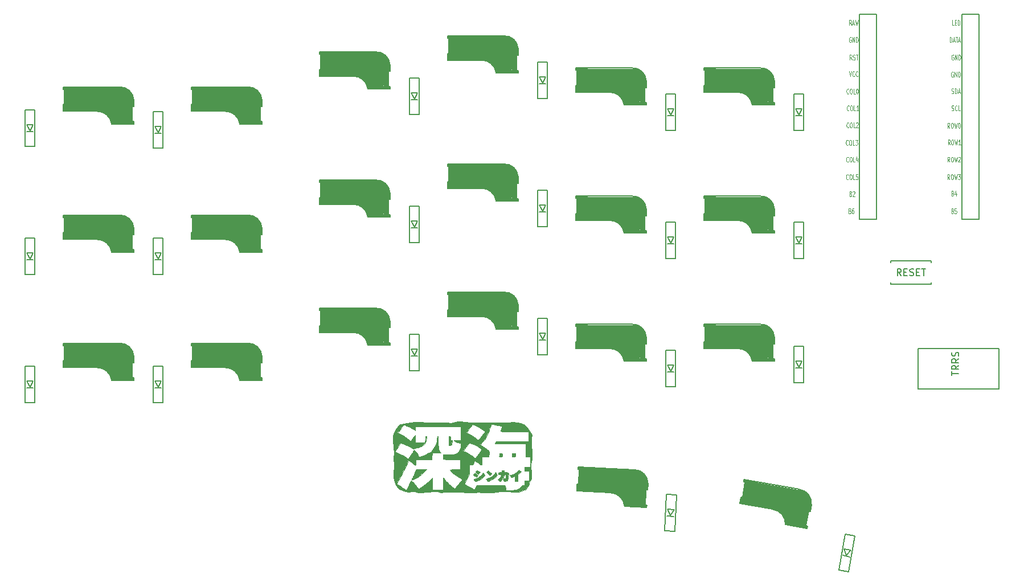
<source format=gbr>
G04 #@! TF.GenerationSoftware,KiCad,Pcbnew,(5.1.0)-1*
G04 #@! TF.CreationDate,2019-05-16T01:00:00+08:00*
G04 #@! TF.ProjectId,Shinkai,5368696e-6b61-4692-9e6b-696361645f70,rev?*
G04 #@! TF.SameCoordinates,Original*
G04 #@! TF.FileFunction,Legend,Top*
G04 #@! TF.FilePolarity,Positive*
%FSLAX46Y46*%
G04 Gerber Fmt 4.6, Leading zero omitted, Abs format (unit mm)*
G04 Created by KiCad (PCBNEW (5.1.0)-1) date 2019-05-16 01:00:00*
%MOMM*%
%LPD*%
G04 APERTURE LIST*
%ADD10C,0.010000*%
%ADD11C,0.400000*%
%ADD12C,0.500000*%
%ADD13C,1.000000*%
%ADD14C,0.150000*%
%ADD15C,3.500000*%
%ADD16C,3.000000*%
%ADD17C,0.800000*%
%ADD18C,0.300000*%
%ADD19C,0.125000*%
G04 APERTURE END LIST*
D10*
G36*
X148098026Y-138617035D02*
G01*
X148101680Y-138617566D01*
X148166852Y-138638662D01*
X148205692Y-138695125D01*
X148228934Y-138811620D01*
X148241380Y-138938600D01*
X148258835Y-139107656D01*
X148282663Y-139198278D01*
X148324043Y-139233517D01*
X148386067Y-139236904D01*
X148451895Y-139238869D01*
X148484056Y-139269608D01*
X148489563Y-139352498D01*
X148475432Y-139510919D01*
X148473561Y-139528512D01*
X148447459Y-139743278D01*
X148416265Y-139876288D01*
X148366771Y-139947064D01*
X148285770Y-139975126D01*
X148168077Y-139980000D01*
X147953246Y-139980000D01*
X147962738Y-139332300D01*
X147966799Y-139045292D01*
X147971093Y-138844865D01*
X147978535Y-138716036D01*
X147992036Y-138643823D01*
X148014510Y-138613240D01*
X148048869Y-138609305D01*
X148098026Y-138617035D01*
X148098026Y-138617035D01*
G37*
X148098026Y-138617035D02*
X148101680Y-138617566D01*
X148166852Y-138638662D01*
X148205692Y-138695125D01*
X148228934Y-138811620D01*
X148241380Y-138938600D01*
X148258835Y-139107656D01*
X148282663Y-139198278D01*
X148324043Y-139233517D01*
X148386067Y-139236904D01*
X148451895Y-139238869D01*
X148484056Y-139269608D01*
X148489563Y-139352498D01*
X148475432Y-139510919D01*
X148473561Y-139528512D01*
X148447459Y-139743278D01*
X148416265Y-139876288D01*
X148366771Y-139947064D01*
X148285770Y-139975126D01*
X148168077Y-139980000D01*
X147953246Y-139980000D01*
X147962738Y-139332300D01*
X147966799Y-139045292D01*
X147971093Y-138844865D01*
X147978535Y-138716036D01*
X147992036Y-138643823D01*
X148014510Y-138613240D01*
X148048869Y-138609305D01*
X148098026Y-138617035D01*
G36*
X144553553Y-143697493D02*
G01*
X144039302Y-144210249D01*
X143464694Y-144642990D01*
X142836416Y-144990890D01*
X142643763Y-145075792D01*
X142525901Y-145121534D01*
X142479331Y-145124773D01*
X142482885Y-145085121D01*
X142487398Y-145072920D01*
X142526633Y-144980937D01*
X142591214Y-144838713D01*
X142628327Y-144759301D01*
X142697645Y-144607555D01*
X142790604Y-144397458D01*
X142891630Y-144164388D01*
X142937092Y-144057859D01*
X143135980Y-143589119D01*
X143893153Y-143587959D01*
X144650326Y-143586800D01*
X144553553Y-143697493D01*
X144553553Y-143697493D01*
G37*
X144553553Y-143697493D02*
X144039302Y-144210249D01*
X143464694Y-144642990D01*
X142836416Y-144990890D01*
X142643763Y-145075792D01*
X142525901Y-145121534D01*
X142479331Y-145124773D01*
X142482885Y-145085121D01*
X142487398Y-145072920D01*
X142526633Y-144980937D01*
X142591214Y-144838713D01*
X142628327Y-144759301D01*
X142697645Y-144607555D01*
X142790604Y-144397458D01*
X142891630Y-144164388D01*
X142937092Y-144057859D01*
X143135980Y-143589119D01*
X143893153Y-143587959D01*
X144650326Y-143586800D01*
X144553553Y-143697493D01*
G36*
X157865633Y-141415100D02*
G01*
X157857063Y-141557456D01*
X157849861Y-141653849D01*
X157848188Y-141669100D01*
X157799752Y-141693099D01*
X157689011Y-141704947D01*
X157554511Y-141704827D01*
X157434795Y-141692921D01*
X157368409Y-141669413D01*
X157366415Y-141666812D01*
X157357149Y-141595194D01*
X157364031Y-141464565D01*
X157370106Y-141412812D01*
X157398757Y-141199200D01*
X157877469Y-141199200D01*
X157865633Y-141415100D01*
X157865633Y-141415100D01*
G37*
X157865633Y-141415100D02*
X157857063Y-141557456D01*
X157849861Y-141653849D01*
X157848188Y-141669100D01*
X157799752Y-141693099D01*
X157689011Y-141704947D01*
X157554511Y-141704827D01*
X157434795Y-141692921D01*
X157368409Y-141669413D01*
X157366415Y-141666812D01*
X157357149Y-141595194D01*
X157364031Y-141464565D01*
X157370106Y-141412812D01*
X157398757Y-141199200D01*
X157877469Y-141199200D01*
X157865633Y-141415100D01*
G36*
X155862906Y-141204810D02*
G01*
X155924159Y-141231057D01*
X155935275Y-141292061D01*
X155933323Y-141313500D01*
X155921810Y-141455712D01*
X155916413Y-141567500D01*
X155905383Y-141654201D01*
X155860464Y-141694828D01*
X155753412Y-141706659D01*
X155688074Y-141707200D01*
X155548314Y-141700515D01*
X155486903Y-141673951D01*
X155480988Y-141618300D01*
X155494348Y-141504574D01*
X155501893Y-141364300D01*
X155510587Y-141261434D01*
X155549296Y-141213682D01*
X155646669Y-141199927D01*
X155725890Y-141199200D01*
X155862906Y-141204810D01*
X155862906Y-141204810D01*
G37*
X155862906Y-141204810D02*
X155924159Y-141231057D01*
X155935275Y-141292061D01*
X155933323Y-141313500D01*
X155921810Y-141455712D01*
X155916413Y-141567500D01*
X155905383Y-141654201D01*
X155860464Y-141694828D01*
X155753412Y-141706659D01*
X155688074Y-141707200D01*
X155548314Y-141700515D01*
X155486903Y-141673951D01*
X155480988Y-141618300D01*
X155494348Y-141504574D01*
X155501893Y-141364300D01*
X155510587Y-141261434D01*
X155549296Y-141213682D01*
X155646669Y-141199927D01*
X155725890Y-141199200D01*
X155862906Y-141204810D01*
G36*
X152372850Y-143840452D02*
G01*
X152616043Y-143994681D01*
X152508052Y-144146340D01*
X152435624Y-144243971D01*
X152393723Y-144292717D01*
X152390820Y-144294066D01*
X152346449Y-144267342D01*
X152243237Y-144203382D01*
X152165680Y-144154939D01*
X152023682Y-144057097D01*
X151963608Y-143979631D01*
X151976562Y-143897367D01*
X152040848Y-143801612D01*
X152129658Y-143686224D01*
X152372850Y-143840452D01*
X152372850Y-143840452D01*
G37*
X152372850Y-143840452D02*
X152616043Y-143994681D01*
X152508052Y-144146340D01*
X152435624Y-144243971D01*
X152393723Y-144292717D01*
X152390820Y-144294066D01*
X152346449Y-144267342D01*
X152243237Y-144203382D01*
X152165680Y-144154939D01*
X152023682Y-144057097D01*
X151963608Y-143979631D01*
X151976562Y-143897367D01*
X152040848Y-143801612D01*
X152129658Y-143686224D01*
X152372850Y-143840452D01*
G36*
X154113991Y-143960516D02*
G01*
X154362780Y-144186493D01*
X154239624Y-144318446D01*
X154150487Y-144405578D01*
X154091799Y-144447896D01*
X154087224Y-144448701D01*
X154037261Y-144416276D01*
X153935747Y-144333337D01*
X153817226Y-144229082D01*
X153576472Y-144011161D01*
X153720837Y-143872850D01*
X153865203Y-143734540D01*
X154113991Y-143960516D01*
X154113991Y-143960516D01*
G37*
X154113991Y-143960516D02*
X154362780Y-144186493D01*
X154239624Y-144318446D01*
X154150487Y-144405578D01*
X154091799Y-144447896D01*
X154087224Y-144448701D01*
X154037261Y-144416276D01*
X153935747Y-144333337D01*
X153817226Y-144229082D01*
X153576472Y-144011161D01*
X153720837Y-143872850D01*
X153865203Y-143734540D01*
X154113991Y-143960516D01*
G36*
X152074290Y-144240152D02*
G01*
X152172879Y-144314103D01*
X152266681Y-144395712D01*
X152289885Y-144455754D01*
X152251826Y-144535377D01*
X152230537Y-144568198D01*
X152159863Y-144662104D01*
X152110587Y-144703493D01*
X152109037Y-144703595D01*
X152051169Y-144677778D01*
X151939058Y-144612758D01*
X151861245Y-144563895D01*
X151738287Y-144479988D01*
X151660615Y-144417998D01*
X151646475Y-144399600D01*
X151674758Y-144345436D01*
X151739722Y-144253941D01*
X151830153Y-144174373D01*
X151935572Y-144168929D01*
X152074290Y-144240152D01*
X152074290Y-144240152D01*
G37*
X152074290Y-144240152D02*
X152172879Y-144314103D01*
X152266681Y-144395712D01*
X152289885Y-144455754D01*
X152251826Y-144535377D01*
X152230537Y-144568198D01*
X152159863Y-144662104D01*
X152110587Y-144703493D01*
X152109037Y-144703595D01*
X152051169Y-144677778D01*
X151939058Y-144612758D01*
X151861245Y-144563895D01*
X151738287Y-144479988D01*
X151660615Y-144417998D01*
X151646475Y-144399600D01*
X151674758Y-144345436D01*
X151739722Y-144253941D01*
X151830153Y-144174373D01*
X151935572Y-144168929D01*
X152074290Y-144240152D01*
G36*
X158607520Y-143792399D02*
G01*
X158769811Y-143924855D01*
X158511559Y-144124127D01*
X158253307Y-144323400D01*
X158251143Y-144833220D01*
X158248980Y-145343041D01*
X157842580Y-145345967D01*
X157842580Y-144561761D01*
X157588035Y-144658480D01*
X157415826Y-144721710D01*
X157312207Y-144745951D01*
X157250845Y-144728436D01*
X157205403Y-144666394D01*
X157179264Y-144615500D01*
X157124593Y-144506719D01*
X157092699Y-144443768D01*
X157124886Y-144414197D01*
X157225459Y-144383864D01*
X157243469Y-144380271D01*
X157472721Y-144311013D01*
X157735579Y-144192050D01*
X157992488Y-144044168D01*
X158203890Y-143888157D01*
X158236741Y-143858273D01*
X158445228Y-143659943D01*
X158607520Y-143792399D01*
X158607520Y-143792399D01*
G37*
X158607520Y-143792399D02*
X158769811Y-143924855D01*
X158511559Y-144124127D01*
X158253307Y-144323400D01*
X158251143Y-144833220D01*
X158248980Y-145343041D01*
X157842580Y-145345967D01*
X157842580Y-144561761D01*
X157588035Y-144658480D01*
X157415826Y-144721710D01*
X157312207Y-144745951D01*
X157250845Y-144728436D01*
X157205403Y-144666394D01*
X157179264Y-144615500D01*
X157124593Y-144506719D01*
X157092699Y-144443768D01*
X157124886Y-144414197D01*
X157225459Y-144383864D01*
X157243469Y-144380271D01*
X157472721Y-144311013D01*
X157735579Y-144192050D01*
X157992488Y-144044168D01*
X158203890Y-143888157D01*
X158236741Y-143858273D01*
X158445228Y-143659943D01*
X158607520Y-143792399D01*
G36*
X156051880Y-143698033D02*
G01*
X156177383Y-143716724D01*
X156231450Y-143762018D01*
X156244244Y-143860272D01*
X156244331Y-143866200D01*
X156254809Y-143968064D01*
X156303417Y-144006760D01*
X156421352Y-144006984D01*
X156422131Y-144006932D01*
X156563110Y-144013535D01*
X156708528Y-144043627D01*
X156824248Y-144087283D01*
X156876134Y-144134575D01*
X156876499Y-144139063D01*
X156871112Y-144200421D01*
X156857373Y-144338856D01*
X156837689Y-144530419D01*
X156825151Y-144650205D01*
X156789958Y-144923318D01*
X156744874Y-145110457D01*
X156679128Y-145227245D01*
X156581945Y-145289305D01*
X156442553Y-145312261D01*
X156367431Y-145314000D01*
X156217007Y-145307025D01*
X156137970Y-145277731D01*
X156100577Y-145213567D01*
X156096598Y-145199700D01*
X156064955Y-145045156D01*
X156083068Y-144965699D01*
X156161118Y-144942841D01*
X156235220Y-144947922D01*
X156349538Y-144944645D01*
X156420622Y-144891569D01*
X156457703Y-144772510D01*
X156470014Y-144571286D01*
X156470286Y-144535925D01*
X156464529Y-144410504D01*
X156432146Y-144359529D01*
X156352312Y-144356011D01*
X156333086Y-144358125D01*
X156224599Y-144396166D01*
X156170618Y-144497041D01*
X156163785Y-144526600D01*
X156089257Y-144753450D01*
X155968549Y-144980516D01*
X155822455Y-145175450D01*
X155671767Y-145305902D01*
X155657742Y-145313889D01*
X155556787Y-145311341D01*
X155439547Y-145233487D01*
X155297990Y-145111725D01*
X155485652Y-144946956D01*
X155625124Y-144796145D01*
X155737796Y-144623279D01*
X155802622Y-144463517D01*
X155810580Y-144404152D01*
X155765288Y-144370622D01*
X155651398Y-144344869D01*
X155594680Y-144339020D01*
X155458996Y-144323352D01*
X155396646Y-144287996D01*
X155379391Y-144210977D01*
X155378780Y-144171000D01*
X155384790Y-144079117D01*
X155420734Y-144034521D01*
X155513480Y-144020339D01*
X155620080Y-144019446D01*
X155765533Y-144016574D01*
X155836302Y-143994107D01*
X155859296Y-143933291D01*
X155861380Y-143851280D01*
X155867888Y-143741403D01*
X155907402Y-143697263D01*
X156009906Y-143694740D01*
X156051880Y-143698033D01*
X156051880Y-143698033D01*
G37*
X156051880Y-143698033D02*
X156177383Y-143716724D01*
X156231450Y-143762018D01*
X156244244Y-143860272D01*
X156244331Y-143866200D01*
X156254809Y-143968064D01*
X156303417Y-144006760D01*
X156421352Y-144006984D01*
X156422131Y-144006932D01*
X156563110Y-144013535D01*
X156708528Y-144043627D01*
X156824248Y-144087283D01*
X156876134Y-144134575D01*
X156876499Y-144139063D01*
X156871112Y-144200421D01*
X156857373Y-144338856D01*
X156837689Y-144530419D01*
X156825151Y-144650205D01*
X156789958Y-144923318D01*
X156744874Y-145110457D01*
X156679128Y-145227245D01*
X156581945Y-145289305D01*
X156442553Y-145312261D01*
X156367431Y-145314000D01*
X156217007Y-145307025D01*
X156137970Y-145277731D01*
X156100577Y-145213567D01*
X156096598Y-145199700D01*
X156064955Y-145045156D01*
X156083068Y-144965699D01*
X156161118Y-144942841D01*
X156235220Y-144947922D01*
X156349538Y-144944645D01*
X156420622Y-144891569D01*
X156457703Y-144772510D01*
X156470014Y-144571286D01*
X156470286Y-144535925D01*
X156464529Y-144410504D01*
X156432146Y-144359529D01*
X156352312Y-144356011D01*
X156333086Y-144358125D01*
X156224599Y-144396166D01*
X156170618Y-144497041D01*
X156163785Y-144526600D01*
X156089257Y-144753450D01*
X155968549Y-144980516D01*
X155822455Y-145175450D01*
X155671767Y-145305902D01*
X155657742Y-145313889D01*
X155556787Y-145311341D01*
X155439547Y-145233487D01*
X155297990Y-145111725D01*
X155485652Y-144946956D01*
X155625124Y-144796145D01*
X155737796Y-144623279D01*
X155802622Y-144463517D01*
X155810580Y-144404152D01*
X155765288Y-144370622D01*
X155651398Y-144344869D01*
X155594680Y-144339020D01*
X155458996Y-144323352D01*
X155396646Y-144287996D01*
X155379391Y-144210977D01*
X155378780Y-144171000D01*
X155384790Y-144079117D01*
X155420734Y-144034521D01*
X155513480Y-144020339D01*
X155620080Y-144019446D01*
X155765533Y-144016574D01*
X155836302Y-143994107D01*
X155859296Y-143933291D01*
X155861380Y-143851280D01*
X155867888Y-143741403D01*
X155907402Y-143697263D01*
X156009906Y-143694740D01*
X156051880Y-143698033D01*
G36*
X155053001Y-144148931D02*
G01*
X155114054Y-144278546D01*
X155146560Y-144376580D01*
X155148050Y-144389076D01*
X155116510Y-144457629D01*
X155032001Y-144572484D01*
X154920919Y-144699850D01*
X154679843Y-144912224D01*
X154384616Y-145105076D01*
X154078394Y-145252219D01*
X153928271Y-145302211D01*
X153807511Y-145326958D01*
X153732051Y-145303930D01*
X153659049Y-145215327D01*
X153636171Y-145180858D01*
X153555615Y-145051825D01*
X153530875Y-144985314D01*
X153558846Y-144961077D01*
X153602049Y-144958400D01*
X153753467Y-144931582D01*
X153954105Y-144861084D01*
X154170192Y-144761838D01*
X154367957Y-144648775D01*
X154472368Y-144573572D01*
X154628976Y-144426477D01*
X154773226Y-144260517D01*
X154829658Y-144181068D01*
X154960082Y-143974463D01*
X155053001Y-144148931D01*
X155053001Y-144148931D01*
G37*
X155053001Y-144148931D02*
X155114054Y-144278546D01*
X155146560Y-144376580D01*
X155148050Y-144389076D01*
X155116510Y-144457629D01*
X155032001Y-144572484D01*
X154920919Y-144699850D01*
X154679843Y-144912224D01*
X154384616Y-145105076D01*
X154078394Y-145252219D01*
X153928271Y-145302211D01*
X153807511Y-145326958D01*
X153732051Y-145303930D01*
X153659049Y-145215327D01*
X153636171Y-145180858D01*
X153555615Y-145051825D01*
X153530875Y-144985314D01*
X153558846Y-144961077D01*
X153602049Y-144958400D01*
X153753467Y-144931582D01*
X153954105Y-144861084D01*
X154170192Y-144761838D01*
X154367957Y-144648775D01*
X154472368Y-144573572D01*
X154628976Y-144426477D01*
X154773226Y-144260517D01*
X154829658Y-144181068D01*
X154960082Y-143974463D01*
X155053001Y-144148931D01*
G36*
X153212839Y-144247571D02*
G01*
X153280782Y-144365449D01*
X153318490Y-144443345D01*
X153321190Y-144454113D01*
X153287868Y-144501597D01*
X153199892Y-144599555D01*
X153075544Y-144727736D01*
X153061808Y-144741440D01*
X152880407Y-144899385D01*
X152672317Y-145045201D01*
X152455625Y-145170408D01*
X152248417Y-145266521D01*
X152068780Y-145325060D01*
X151934800Y-145337541D01*
X151867663Y-145301486D01*
X151811831Y-145210228D01*
X151759074Y-145126501D01*
X151722074Y-145056132D01*
X151739270Y-145013521D01*
X151828474Y-144978075D01*
X151906152Y-144956468D01*
X152304102Y-144806973D01*
X152651709Y-144591440D01*
X152930440Y-144322483D01*
X153022529Y-144196596D01*
X153104678Y-144070143D01*
X153212839Y-144247571D01*
X153212839Y-144247571D01*
G37*
X153212839Y-144247571D02*
X153280782Y-144365449D01*
X153318490Y-144443345D01*
X153321190Y-144454113D01*
X153287868Y-144501597D01*
X153199892Y-144599555D01*
X153075544Y-144727736D01*
X153061808Y-144741440D01*
X152880407Y-144899385D01*
X152672317Y-145045201D01*
X152455625Y-145170408D01*
X152248417Y-145266521D01*
X152068780Y-145325060D01*
X151934800Y-145337541D01*
X151867663Y-145301486D01*
X151811831Y-145210228D01*
X151759074Y-145126501D01*
X151722074Y-145056132D01*
X151739270Y-145013521D01*
X151828474Y-144978075D01*
X151906152Y-144956468D01*
X152304102Y-144806973D01*
X152651709Y-144591440D01*
X152930440Y-144322483D01*
X153022529Y-144196596D01*
X153104678Y-144070143D01*
X153212839Y-144247571D01*
G36*
X150282144Y-136502242D02*
G01*
X150618073Y-136549107D01*
X150962422Y-136600487D01*
X151298582Y-136635477D01*
X151604577Y-136652911D01*
X151858432Y-136651622D01*
X152038172Y-136630443D01*
X152057212Y-136625527D01*
X152247637Y-136584844D01*
X152455824Y-136572572D01*
X152714235Y-136587869D01*
X152864180Y-136604576D01*
X153040723Y-136619726D01*
X153294763Y-136631004D01*
X153630903Y-136638472D01*
X154053744Y-136642191D01*
X154567889Y-136642222D01*
X155177941Y-136638626D01*
X155327980Y-136637331D01*
X155586078Y-136636212D01*
X155864149Y-136636883D01*
X156089980Y-136639050D01*
X156315899Y-136635913D01*
X156589675Y-136622693D01*
X156858369Y-136602082D01*
X156902780Y-136597727D01*
X157551067Y-136566667D01*
X158150839Y-136609656D01*
X158691918Y-136725778D01*
X158831692Y-136771335D01*
X159014046Y-136837216D01*
X159154710Y-136896820D01*
X159270816Y-136964463D01*
X159379497Y-137054460D01*
X159497886Y-137181126D01*
X159643114Y-137358777D01*
X159832315Y-137601726D01*
X159844749Y-137617800D01*
X160052227Y-137898908D01*
X160194883Y-138127344D01*
X160280641Y-138321364D01*
X160317423Y-138499224D01*
X160313152Y-138679179D01*
X160311420Y-138693098D01*
X160273617Y-139054732D01*
X160252285Y-139417758D01*
X160248028Y-139754286D01*
X160261451Y-140036430D01*
X160279294Y-140173904D01*
X160300998Y-140336713D01*
X160322427Y-140573301D01*
X160341518Y-140855864D01*
X160356207Y-141156596D01*
X160359868Y-141259204D01*
X160368179Y-141573836D01*
X160368950Y-141809805D01*
X160360627Y-141989870D01*
X160341656Y-142136790D01*
X160310482Y-142273327D01*
X160284534Y-142362131D01*
X160229913Y-142575446D01*
X160203444Y-142789249D01*
X160200797Y-143046134D01*
X160204497Y-143149531D01*
X160221141Y-143508515D01*
X160238700Y-143847759D01*
X160256260Y-144152844D01*
X160272905Y-144409349D01*
X160287718Y-144602855D01*
X160299785Y-144718943D01*
X160305884Y-144746237D01*
X160294067Y-144796706D01*
X160248013Y-144916297D01*
X160176713Y-145082192D01*
X160151332Y-145138481D01*
X160056891Y-145361305D01*
X159970583Y-145591671D01*
X159910353Y-145781519D01*
X159908248Y-145789470D01*
X159786110Y-146113227D01*
X159609045Y-146380900D01*
X159390053Y-146574952D01*
X159283114Y-146632780D01*
X158831180Y-146802345D01*
X158381533Y-146914190D01*
X157953971Y-146965536D01*
X157568290Y-146953603D01*
X157334580Y-146906330D01*
X157145053Y-146870796D01*
X156878407Y-146848143D01*
X156558258Y-146838046D01*
X156208224Y-146840180D01*
X155851923Y-146854220D01*
X155512973Y-146879839D01*
X155214990Y-146916713D01*
X155099380Y-146937126D01*
X154876168Y-146976690D01*
X154661416Y-147002218D01*
X154427465Y-147015282D01*
X154146657Y-147017449D01*
X153803980Y-147010644D01*
X153383420Y-146999214D01*
X153043113Y-146990851D01*
X152761757Y-146985527D01*
X152518051Y-146983216D01*
X152290695Y-146983892D01*
X152058386Y-146987528D01*
X151799826Y-146994098D01*
X151493711Y-147003575D01*
X151370037Y-147007618D01*
X150999213Y-147017864D01*
X150713197Y-147020659D01*
X150495430Y-147015445D01*
X150329354Y-147001666D01*
X150198412Y-146978762D01*
X150150837Y-146966549D01*
X150020204Y-146945511D01*
X149806229Y-146928993D01*
X149527065Y-146916933D01*
X149200864Y-146909267D01*
X148845783Y-146905933D01*
X148479972Y-146906867D01*
X148121588Y-146912007D01*
X147788782Y-146921288D01*
X147499709Y-146934648D01*
X147272522Y-146952024D01*
X147125376Y-146973352D01*
X147110491Y-146977122D01*
X146971713Y-147001976D01*
X146817834Y-146994342D01*
X146611764Y-146951855D01*
X146577091Y-146943106D01*
X146350087Y-146898382D01*
X146112562Y-146872299D01*
X145955380Y-146869575D01*
X145508087Y-146892586D01*
X145150341Y-146912034D01*
X144870187Y-146928787D01*
X144655669Y-146943712D01*
X144494830Y-146957677D01*
X144375716Y-146971550D01*
X144286369Y-146986198D01*
X144253580Y-146993074D01*
X144078530Y-147024287D01*
X143912181Y-147031112D01*
X143714548Y-147013193D01*
X143542380Y-146986778D01*
X143202543Y-146932553D01*
X142936684Y-146897668D01*
X142719361Y-146880525D01*
X142525132Y-146879527D01*
X142328555Y-146893075D01*
X142226933Y-146904152D01*
X142080451Y-146914810D01*
X141931166Y-146908512D01*
X141760673Y-146881446D01*
X141550563Y-146829800D01*
X141282429Y-146749758D01*
X140937864Y-146637509D01*
X140934697Y-146636453D01*
X140655264Y-146496285D01*
X140392348Y-146276910D01*
X140170341Y-146000413D01*
X140099011Y-145879804D01*
X140014064Y-145673334D01*
X139934319Y-145394559D01*
X139865001Y-145072772D01*
X139811337Y-144737267D01*
X139778552Y-144417338D01*
X139771874Y-144142281D01*
X139776030Y-144069400D01*
X139800281Y-143787112D01*
X139824991Y-143511371D01*
X139848078Y-143264310D01*
X139867460Y-143068063D01*
X139881057Y-142944764D01*
X139883532Y-142926400D01*
X139878599Y-142838196D01*
X139854198Y-142687990D01*
X139824862Y-142549347D01*
X139781171Y-142235398D01*
X139787310Y-141970816D01*
X139811184Y-141700782D01*
X139825535Y-141399527D01*
X139830114Y-141096956D01*
X139827496Y-140965059D01*
X140018754Y-140965059D01*
X140020364Y-140966689D01*
X140073636Y-140991174D01*
X140188652Y-141038164D01*
X140250919Y-141062663D01*
X140642902Y-141231665D01*
X141036144Y-141430723D01*
X141400575Y-141643137D01*
X141706122Y-141852213D01*
X141785192Y-141914566D01*
X141958405Y-142057092D01*
X142237433Y-141615446D01*
X142378701Y-141392001D01*
X142521651Y-141166155D01*
X142643598Y-140973735D01*
X142686809Y-140905661D01*
X142857158Y-140637523D01*
X143008173Y-140809519D01*
X143111092Y-140944731D01*
X143223034Y-141119380D01*
X143328775Y-141305881D01*
X143413087Y-141476647D01*
X143460745Y-141604095D01*
X143466180Y-141639292D01*
X143493437Y-141687942D01*
X143588861Y-141691828D01*
X143631280Y-141685559D01*
X144042998Y-141584417D01*
X144477743Y-141423028D01*
X144901423Y-141217259D01*
X145279949Y-140982981D01*
X145487075Y-140821673D01*
X145658978Y-140630205D01*
X145829088Y-140367177D01*
X145982593Y-140061793D01*
X146104681Y-139743255D01*
X146176897Y-139461624D01*
X146195813Y-139344559D01*
X146220525Y-139175706D01*
X146246219Y-138990140D01*
X146268082Y-138822934D01*
X146281298Y-138709160D01*
X146282970Y-138688833D01*
X146325777Y-138631695D01*
X146347243Y-138621712D01*
X146371801Y-138639378D01*
X146389623Y-138718021D01*
X146401545Y-138867905D01*
X146408400Y-139099292D01*
X146410983Y-139404878D01*
X146420297Y-139866144D01*
X146446806Y-140238117D01*
X146492316Y-140531936D01*
X146558632Y-140758735D01*
X146647558Y-140929651D01*
X146661233Y-140948833D01*
X146732232Y-141050115D01*
X146767366Y-141110531D01*
X146768180Y-141114180D01*
X146720760Y-141122558D01*
X146592018Y-141129635D01*
X146402230Y-141134615D01*
X146196680Y-141136643D01*
X145961600Y-141137779D01*
X145761729Y-141139503D01*
X145620358Y-141141568D01*
X145563586Y-141143406D01*
X145529240Y-141189830D01*
X145504817Y-141326131D01*
X145489484Y-141557478D01*
X145487386Y-141617196D01*
X145472780Y-142085992D01*
X144266280Y-142085770D01*
X143059780Y-142085549D01*
X143059780Y-142556277D01*
X143058535Y-142775096D01*
X143052431Y-142908231D01*
X143037910Y-142971588D01*
X143011415Y-142981074D01*
X142970880Y-142953827D01*
X142894446Y-142893299D01*
X142758553Y-142787884D01*
X142584644Y-142654157D01*
X142450180Y-142551364D01*
X142018380Y-142222080D01*
X141922828Y-142434540D01*
X141791461Y-142718571D01*
X141628483Y-143058495D01*
X141444684Y-143432911D01*
X141250855Y-143820418D01*
X141057785Y-144199619D01*
X140876267Y-144549111D01*
X140717090Y-144847496D01*
X140600366Y-145057241D01*
X140476200Y-145275612D01*
X140372895Y-145462243D01*
X140299933Y-145599631D01*
X140266794Y-145670274D01*
X140265780Y-145674857D01*
X140305509Y-145716127D01*
X140412892Y-145799309D01*
X140570224Y-145911210D01*
X140710280Y-146006001D01*
X140899677Y-146132330D01*
X141059379Y-146240050D01*
X141169084Y-146315396D01*
X141205580Y-146341765D01*
X141331584Y-146435199D01*
X141471005Y-146527572D01*
X141592467Y-146599190D01*
X141664591Y-146630357D01*
X141665507Y-146630449D01*
X141705043Y-146588579D01*
X141778213Y-146470370D01*
X141876082Y-146291735D01*
X141989716Y-146068585D01*
X142046507Y-145951855D01*
X142164760Y-145712462D01*
X142271698Y-145509334D01*
X142358303Y-145358608D01*
X142415560Y-145276418D01*
X142429747Y-145266055D01*
X142496910Y-145301503D01*
X142609642Y-145400188D01*
X142751809Y-145544631D01*
X142907275Y-145717353D01*
X143059905Y-145900874D01*
X143193565Y-146077715D01*
X143236007Y-146139500D01*
X143339272Y-146285476D01*
X143425633Y-146390205D01*
X143476804Y-146431568D01*
X143477524Y-146431600D01*
X143556002Y-146404348D01*
X143696395Y-146331113D01*
X143877736Y-146224675D01*
X144079058Y-146097814D01*
X144279395Y-145963310D01*
X144456780Y-145834707D01*
X144631690Y-145690858D01*
X144840490Y-145503832D01*
X145048346Y-145305282D01*
X145129880Y-145223092D01*
X145498180Y-144844128D01*
X145498180Y-146634800D01*
X147155529Y-146634800D01*
X147151557Y-145720400D01*
X147152187Y-145354008D01*
X147158000Y-145084259D01*
X147169455Y-144906305D01*
X147187009Y-144815299D01*
X147211123Y-144806392D01*
X147233846Y-144850828D01*
X147296329Y-144953863D01*
X147419440Y-145108974D01*
X147588032Y-145300555D01*
X147786959Y-145513001D01*
X148001073Y-145730708D01*
X148215228Y-145938069D01*
X148414277Y-146119479D01*
X148583073Y-146259334D01*
X148644353Y-146304024D01*
X148774615Y-146389619D01*
X148848660Y-146421186D01*
X148892623Y-146404202D01*
X148922006Y-146362178D01*
X149070118Y-146142294D01*
X149266034Y-145889561D01*
X149393152Y-145741230D01*
X150336372Y-145741230D01*
X150382231Y-145770576D01*
X150479950Y-145837488D01*
X150512622Y-145860271D01*
X150621641Y-145933000D01*
X150690364Y-145972199D01*
X150697838Y-145974400D01*
X150747291Y-145999074D01*
X150866417Y-146066472D01*
X151038005Y-146166652D01*
X151244841Y-146289676D01*
X151271395Y-146305612D01*
X151822780Y-146636824D01*
X151914023Y-146419912D01*
X151985024Y-146252235D01*
X152050707Y-146098868D01*
X152066124Y-146063300D01*
X152126981Y-145923600D01*
X156321094Y-145923600D01*
X156367577Y-146045860D01*
X156400953Y-146175300D01*
X156425974Y-146344570D01*
X156429820Y-146388760D01*
X156450343Y-146532502D01*
X156483068Y-146630281D01*
X156496380Y-146646862D01*
X156579195Y-146667420D01*
X156740283Y-146676607D01*
X156957109Y-146675703D01*
X157207137Y-146665992D01*
X157467830Y-146648754D01*
X157716654Y-146625270D01*
X157931072Y-146596822D01*
X158088549Y-146564692D01*
X158121548Y-146554446D01*
X158382456Y-146416566D01*
X158645561Y-146194044D01*
X158800713Y-146047702D01*
X158917095Y-145964438D01*
X159020285Y-145928705D01*
X159090493Y-145923600D01*
X159264980Y-145923600D01*
X159264980Y-145263200D01*
X159955761Y-145263200D01*
X159956735Y-144552000D01*
X159955143Y-144295941D01*
X159950107Y-144080190D01*
X159942339Y-143923070D01*
X159932553Y-143842906D01*
X159928844Y-143836428D01*
X159866376Y-143832813D01*
X159733706Y-143827889D01*
X159595180Y-143823728D01*
X159290380Y-143815400D01*
X159289388Y-143231200D01*
X159683584Y-143231200D01*
X159869881Y-143226673D01*
X160009901Y-143214673D01*
X160078881Y-143197567D01*
X160082101Y-143193100D01*
X160084052Y-143131003D01*
X160086429Y-142986806D01*
X160088971Y-142780006D01*
X160091416Y-142530099D01*
X160092139Y-142443800D01*
X160097855Y-141732600D01*
X159744917Y-141707200D01*
X159391980Y-141681800D01*
X159396547Y-141504000D01*
X159400382Y-141390537D01*
X159407838Y-141198832D01*
X159417972Y-140952141D01*
X159429841Y-140673717D01*
X159434935Y-140557045D01*
X159446663Y-140246614D01*
X159449963Y-140024981D01*
X159444358Y-139879655D01*
X159429375Y-139798146D01*
X159404967Y-139768092D01*
X159342276Y-139764059D01*
X159188600Y-139760488D01*
X158954554Y-139757450D01*
X158650751Y-139755017D01*
X158287806Y-139753262D01*
X157876334Y-139752255D01*
X157426949Y-139752069D01*
X157093280Y-139752469D01*
X156626389Y-139752896D01*
X156192300Y-139752441D01*
X155801236Y-139751177D01*
X155463422Y-139749178D01*
X155189082Y-139746516D01*
X154988440Y-139743263D01*
X154871719Y-139739493D01*
X154845380Y-139736460D01*
X154868562Y-139683542D01*
X154925119Y-139581360D01*
X154932532Y-139568738D01*
X155019685Y-139421200D01*
X159874580Y-139421200D01*
X159874580Y-138690035D01*
X159872001Y-138379994D01*
X159863661Y-138160757D01*
X159848657Y-138021642D01*
X159826085Y-137951967D01*
X159811080Y-137939641D01*
X159747519Y-137935596D01*
X159593883Y-137932387D01*
X159361694Y-137930065D01*
X159062471Y-137928679D01*
X158707737Y-137928279D01*
X158309014Y-137928915D01*
X157877822Y-137930639D01*
X157817180Y-137930961D01*
X157380330Y-137932794D01*
X156972549Y-137933444D01*
X156605691Y-137932972D01*
X156291609Y-137931438D01*
X156042156Y-137928904D01*
X155869185Y-137925431D01*
X155784550Y-137921078D01*
X155780924Y-137920506D01*
X155675069Y-137899503D01*
X155790935Y-137555451D01*
X155843233Y-137382286D01*
X155872473Y-137248387D01*
X155872919Y-137180624D01*
X155871391Y-137178724D01*
X155803774Y-137150870D01*
X155660572Y-137111269D01*
X155466245Y-137065879D01*
X155245252Y-137020655D01*
X155150180Y-137003109D01*
X155033951Y-136979180D01*
X154860422Y-136939882D01*
X154700851Y-136901865D01*
X154469987Y-136855849D01*
X154322299Y-136852793D01*
X154248510Y-136893532D01*
X154235780Y-136943721D01*
X154219159Y-137034899D01*
X154174970Y-137194988D01*
X154111725Y-137397921D01*
X154037932Y-137617631D01*
X153962104Y-137828051D01*
X153892751Y-138003113D01*
X153881168Y-138029863D01*
X153667587Y-138485061D01*
X153458192Y-138865917D01*
X153237179Y-139197705D01*
X152988748Y-139505698D01*
X152889932Y-139615213D01*
X152614374Y-139912848D01*
X152828177Y-140031279D01*
X153076501Y-140178173D01*
X153341544Y-140350223D01*
X153590759Y-140525228D01*
X153791601Y-140680987D01*
X153833751Y-140717251D01*
X153945183Y-140826695D01*
X153994348Y-140920680D01*
X154000335Y-141044599D01*
X153995835Y-141102643D01*
X153979044Y-141265909D01*
X153961677Y-141400280D01*
X153957138Y-141427800D01*
X153939135Y-141560316D01*
X153934754Y-141618300D01*
X153922252Y-141659073D01*
X153876843Y-141685198D01*
X153780420Y-141699821D01*
X153614870Y-141706088D01*
X153422980Y-141707200D01*
X152914980Y-141707200D01*
X152914980Y-142291400D01*
X152913990Y-142542211D01*
X152908956Y-142708655D01*
X152896778Y-142807963D01*
X152874355Y-142857363D01*
X152838588Y-142874085D01*
X152809879Y-142875600D01*
X152725834Y-142847232D01*
X152583210Y-142770747D01*
X152404646Y-142659069D01*
X152275515Y-142570524D01*
X152080586Y-142430294D01*
X151952059Y-142346310D01*
X151869233Y-142322523D01*
X151811404Y-142362880D01*
X151757869Y-142471330D01*
X151687925Y-142651824D01*
X151674840Y-142685100D01*
X151626982Y-142793772D01*
X151573430Y-142850480D01*
X151482475Y-142872123D01*
X151322408Y-142875599D01*
X151317372Y-142875600D01*
X151035380Y-142875600D01*
X151035380Y-144261742D01*
X150679272Y-144999030D01*
X150560240Y-145247364D01*
X150459753Y-145460636D01*
X150384902Y-145623499D01*
X150342778Y-145720606D01*
X150336372Y-145741230D01*
X149393152Y-145741230D01*
X149481347Y-145638318D01*
X149687648Y-145422904D01*
X149739361Y-145374203D01*
X149874428Y-145247033D01*
X149971266Y-145148638D01*
X150013144Y-145096248D01*
X150013058Y-145092352D01*
X149961931Y-145061532D01*
X149849548Y-144996660D01*
X149739980Y-144934313D01*
X149103426Y-144521256D01*
X148523953Y-144031726D01*
X148510240Y-144018600D01*
X148354685Y-143865732D01*
X148231301Y-143737738D01*
X148155789Y-143651304D01*
X148139793Y-143624900D01*
X148187706Y-143611843D01*
X148319941Y-143600714D01*
X148519223Y-143592349D01*
X148768281Y-143587584D01*
X148927180Y-143586800D01*
X149714580Y-143586800D01*
X149714580Y-142084922D01*
X148464969Y-142086561D01*
X148069199Y-142086299D01*
X147763496Y-142083901D01*
X147536336Y-142078699D01*
X147376197Y-142070023D01*
X147271555Y-142057205D01*
X147210889Y-142039576D01*
X147182676Y-142016468D01*
X147180302Y-142012000D01*
X147161663Y-141922081D01*
X147149746Y-141768402D01*
X147147213Y-141631000D01*
X147149180Y-141326200D01*
X147918034Y-141344204D01*
X148260585Y-141349046D01*
X148522135Y-141344520D01*
X148722954Y-141329426D01*
X148883313Y-141302566D01*
X148960845Y-141282566D01*
X149234430Y-141159431D01*
X149452708Y-140962651D01*
X149542795Y-140813266D01*
X150127171Y-140813266D01*
X150598845Y-141046986D01*
X150858306Y-141184326D01*
X151123572Y-141339827D01*
X151373347Y-141499537D01*
X151586335Y-141649506D01*
X151741241Y-141775785D01*
X151793570Y-141829609D01*
X151864194Y-141895743D01*
X151897446Y-141910400D01*
X151938762Y-141871618D01*
X152028513Y-141764653D01*
X152155493Y-141603573D01*
X152308495Y-141402446D01*
X152399226Y-141280467D01*
X152559845Y-141059791D01*
X152696439Y-140866280D01*
X152798543Y-140715226D01*
X152855694Y-140621922D01*
X152864180Y-140601011D01*
X152823699Y-140549758D01*
X152715637Y-140460779D01*
X152560059Y-140347735D01*
X152377031Y-140224283D01*
X152186622Y-140104082D01*
X152008896Y-140000790D01*
X151898980Y-139944047D01*
X151606961Y-139806588D01*
X151392136Y-139709945D01*
X151240684Y-139649775D01*
X151138789Y-139621732D01*
X151072631Y-139621470D01*
X151028393Y-139644644D01*
X151009587Y-139664368D01*
X150952304Y-139736493D01*
X150847739Y-139871112D01*
X150710098Y-140049838D01*
X150553585Y-140254283D01*
X150532179Y-140282333D01*
X150127171Y-140813266D01*
X149542795Y-140813266D01*
X149618578Y-140687603D01*
X149734939Y-140329663D01*
X149798150Y-139947291D01*
X149827143Y-139685982D01*
X149605761Y-139648918D01*
X149461921Y-139613766D01*
X149286280Y-139555220D01*
X149102001Y-139483260D01*
X148932245Y-139407869D01*
X148800175Y-139339026D01*
X148728952Y-139286714D01*
X148723914Y-139268905D01*
X148781916Y-139251790D01*
X148916904Y-139238406D01*
X149104278Y-139230804D01*
X149192870Y-139229828D01*
X149401203Y-139228731D01*
X149573638Y-139226786D01*
X149682637Y-139224344D01*
X149701880Y-139223343D01*
X149724955Y-139196773D01*
X149742151Y-139114712D01*
X149754114Y-138967016D01*
X149761493Y-138743540D01*
X149764932Y-138434138D01*
X149765380Y-138227400D01*
X149765380Y-138094792D01*
X150580734Y-138094792D01*
X150947757Y-138280590D01*
X151193660Y-138413433D01*
X151458000Y-138570106D01*
X151718671Y-138736087D01*
X151953568Y-138896852D01*
X152140585Y-139037878D01*
X152249748Y-139135981D01*
X152371916Y-139266698D01*
X152604198Y-138950249D01*
X152718051Y-138796498D01*
X152808694Y-138676598D01*
X152859465Y-138612532D01*
X152863319Y-138608400D01*
X152907468Y-138554595D01*
X152991380Y-138444413D01*
X153095704Y-138304108D01*
X153201091Y-138159934D01*
X153288189Y-138038147D01*
X153337650Y-137965002D01*
X153338272Y-137963965D01*
X153320130Y-137900790D01*
X153223160Y-137803221D01*
X153060691Y-137679638D01*
X152846054Y-137538420D01*
X152592578Y-137387945D01*
X152313592Y-137236592D01*
X152022428Y-137092739D01*
X151780468Y-136984790D01*
X151640112Y-136926601D01*
X151544764Y-136889019D01*
X151520879Y-136881200D01*
X151486865Y-136919352D01*
X151402489Y-137024474D01*
X151278761Y-137182566D01*
X151126687Y-137379628D01*
X151043768Y-137487996D01*
X150580734Y-138094792D01*
X149765380Y-138094792D01*
X149765380Y-137236800D01*
X143008980Y-137236800D01*
X143008980Y-137800480D01*
X142790426Y-137650111D01*
X142643298Y-137558021D01*
X142442303Y-137444340D01*
X142210662Y-137320841D01*
X141971594Y-137199296D01*
X141748320Y-137091478D01*
X141564061Y-137009160D01*
X141442037Y-136964115D01*
X141432818Y-136961804D01*
X141377947Y-136958348D01*
X141319618Y-136981491D01*
X141246201Y-137042532D01*
X141146064Y-137152772D01*
X141007575Y-137323510D01*
X140843796Y-137534003D01*
X140380413Y-138134825D01*
X140716796Y-138303569D01*
X141094929Y-138509059D01*
X141474006Y-138743237D01*
X141818457Y-138983180D01*
X142025367Y-139146906D01*
X142286354Y-139368495D01*
X142634967Y-138911004D01*
X142983580Y-138453514D01*
X143008980Y-139001233D01*
X143034380Y-139548953D01*
X143745580Y-139548576D01*
X144456780Y-139548200D01*
X144482180Y-139091000D01*
X144495838Y-138873886D01*
X144511579Y-138738063D01*
X144535635Y-138663305D01*
X144574238Y-138629387D01*
X144628289Y-138616820D01*
X144699419Y-138612863D01*
X144730017Y-138643731D01*
X144729276Y-138733674D01*
X144714944Y-138845420D01*
X144635422Y-139240994D01*
X144513317Y-139555536D01*
X144339848Y-139803827D01*
X144106235Y-140000647D01*
X143985805Y-140072754D01*
X143861270Y-140137261D01*
X143739223Y-140190564D01*
X143595975Y-140240719D01*
X143407832Y-140295781D01*
X143151105Y-140363805D01*
X143063848Y-140386235D01*
X142686916Y-140482749D01*
X142396189Y-140312358D01*
X142117850Y-140158526D01*
X141827093Y-140018761D01*
X141491813Y-139878369D01*
X141222779Y-139775335D01*
X140833579Y-139630273D01*
X140479973Y-140173436D01*
X140291063Y-140466344D01*
X140155204Y-140683817D01*
X140067678Y-140833999D01*
X140023768Y-140925032D01*
X140018754Y-140965059D01*
X139827496Y-140965059D01*
X139824674Y-140822973D01*
X139808965Y-140607483D01*
X139799173Y-140541226D01*
X139783365Y-140414637D01*
X139766570Y-140208939D01*
X139750238Y-139946593D01*
X139735824Y-139650061D01*
X139727742Y-139436837D01*
X139718051Y-139101567D01*
X139715149Y-138848643D01*
X139720022Y-138658977D01*
X139733655Y-138513479D01*
X139757033Y-138393063D01*
X139786871Y-138291411D01*
X139933568Y-137932943D01*
X140125044Y-137592377D01*
X140346167Y-137290420D01*
X140581802Y-137047782D01*
X140813168Y-136887021D01*
X140982398Y-136826977D01*
X141216137Y-136779400D01*
X141409889Y-136756883D01*
X141628352Y-136732486D01*
X141906849Y-136691511D01*
X142206386Y-136640099D01*
X142438076Y-136594935D01*
X142804563Y-136527196D01*
X143084685Y-136494019D01*
X143274077Y-136495916D01*
X143276276Y-136496225D01*
X143467469Y-136517323D01*
X143734561Y-136538411D01*
X144051859Y-136558191D01*
X144393670Y-136575361D01*
X144734301Y-136588623D01*
X145048059Y-136596676D01*
X145294980Y-136598340D01*
X145512779Y-136596489D01*
X145802642Y-136593613D01*
X146135043Y-136590025D01*
X146480454Y-136586039D01*
X146691980Y-136583460D01*
X147166043Y-136583499D01*
X147547453Y-136596490D01*
X147832929Y-136622284D01*
X147936580Y-136639507D01*
X148113873Y-136671872D01*
X148249545Y-136680519D01*
X148384340Y-136662533D01*
X148558998Y-136614997D01*
X148643167Y-136588933D01*
X148976940Y-136514935D01*
X149379403Y-136475456D01*
X149823491Y-136471044D01*
X150282144Y-136502242D01*
X150282144Y-136502242D01*
G37*
X150282144Y-136502242D02*
X150618073Y-136549107D01*
X150962422Y-136600487D01*
X151298582Y-136635477D01*
X151604577Y-136652911D01*
X151858432Y-136651622D01*
X152038172Y-136630443D01*
X152057212Y-136625527D01*
X152247637Y-136584844D01*
X152455824Y-136572572D01*
X152714235Y-136587869D01*
X152864180Y-136604576D01*
X153040723Y-136619726D01*
X153294763Y-136631004D01*
X153630903Y-136638472D01*
X154053744Y-136642191D01*
X154567889Y-136642222D01*
X155177941Y-136638626D01*
X155327980Y-136637331D01*
X155586078Y-136636212D01*
X155864149Y-136636883D01*
X156089980Y-136639050D01*
X156315899Y-136635913D01*
X156589675Y-136622693D01*
X156858369Y-136602082D01*
X156902780Y-136597727D01*
X157551067Y-136566667D01*
X158150839Y-136609656D01*
X158691918Y-136725778D01*
X158831692Y-136771335D01*
X159014046Y-136837216D01*
X159154710Y-136896820D01*
X159270816Y-136964463D01*
X159379497Y-137054460D01*
X159497886Y-137181126D01*
X159643114Y-137358777D01*
X159832315Y-137601726D01*
X159844749Y-137617800D01*
X160052227Y-137898908D01*
X160194883Y-138127344D01*
X160280641Y-138321364D01*
X160317423Y-138499224D01*
X160313152Y-138679179D01*
X160311420Y-138693098D01*
X160273617Y-139054732D01*
X160252285Y-139417758D01*
X160248028Y-139754286D01*
X160261451Y-140036430D01*
X160279294Y-140173904D01*
X160300998Y-140336713D01*
X160322427Y-140573301D01*
X160341518Y-140855864D01*
X160356207Y-141156596D01*
X160359868Y-141259204D01*
X160368179Y-141573836D01*
X160368950Y-141809805D01*
X160360627Y-141989870D01*
X160341656Y-142136790D01*
X160310482Y-142273327D01*
X160284534Y-142362131D01*
X160229913Y-142575446D01*
X160203444Y-142789249D01*
X160200797Y-143046134D01*
X160204497Y-143149531D01*
X160221141Y-143508515D01*
X160238700Y-143847759D01*
X160256260Y-144152844D01*
X160272905Y-144409349D01*
X160287718Y-144602855D01*
X160299785Y-144718943D01*
X160305884Y-144746237D01*
X160294067Y-144796706D01*
X160248013Y-144916297D01*
X160176713Y-145082192D01*
X160151332Y-145138481D01*
X160056891Y-145361305D01*
X159970583Y-145591671D01*
X159910353Y-145781519D01*
X159908248Y-145789470D01*
X159786110Y-146113227D01*
X159609045Y-146380900D01*
X159390053Y-146574952D01*
X159283114Y-146632780D01*
X158831180Y-146802345D01*
X158381533Y-146914190D01*
X157953971Y-146965536D01*
X157568290Y-146953603D01*
X157334580Y-146906330D01*
X157145053Y-146870796D01*
X156878407Y-146848143D01*
X156558258Y-146838046D01*
X156208224Y-146840180D01*
X155851923Y-146854220D01*
X155512973Y-146879839D01*
X155214990Y-146916713D01*
X155099380Y-146937126D01*
X154876168Y-146976690D01*
X154661416Y-147002218D01*
X154427465Y-147015282D01*
X154146657Y-147017449D01*
X153803980Y-147010644D01*
X153383420Y-146999214D01*
X153043113Y-146990851D01*
X152761757Y-146985527D01*
X152518051Y-146983216D01*
X152290695Y-146983892D01*
X152058386Y-146987528D01*
X151799826Y-146994098D01*
X151493711Y-147003575D01*
X151370037Y-147007618D01*
X150999213Y-147017864D01*
X150713197Y-147020659D01*
X150495430Y-147015445D01*
X150329354Y-147001666D01*
X150198412Y-146978762D01*
X150150837Y-146966549D01*
X150020204Y-146945511D01*
X149806229Y-146928993D01*
X149527065Y-146916933D01*
X149200864Y-146909267D01*
X148845783Y-146905933D01*
X148479972Y-146906867D01*
X148121588Y-146912007D01*
X147788782Y-146921288D01*
X147499709Y-146934648D01*
X147272522Y-146952024D01*
X147125376Y-146973352D01*
X147110491Y-146977122D01*
X146971713Y-147001976D01*
X146817834Y-146994342D01*
X146611764Y-146951855D01*
X146577091Y-146943106D01*
X146350087Y-146898382D01*
X146112562Y-146872299D01*
X145955380Y-146869575D01*
X145508087Y-146892586D01*
X145150341Y-146912034D01*
X144870187Y-146928787D01*
X144655669Y-146943712D01*
X144494830Y-146957677D01*
X144375716Y-146971550D01*
X144286369Y-146986198D01*
X144253580Y-146993074D01*
X144078530Y-147024287D01*
X143912181Y-147031112D01*
X143714548Y-147013193D01*
X143542380Y-146986778D01*
X143202543Y-146932553D01*
X142936684Y-146897668D01*
X142719361Y-146880525D01*
X142525132Y-146879527D01*
X142328555Y-146893075D01*
X142226933Y-146904152D01*
X142080451Y-146914810D01*
X141931166Y-146908512D01*
X141760673Y-146881446D01*
X141550563Y-146829800D01*
X141282429Y-146749758D01*
X140937864Y-146637509D01*
X140934697Y-146636453D01*
X140655264Y-146496285D01*
X140392348Y-146276910D01*
X140170341Y-146000413D01*
X140099011Y-145879804D01*
X140014064Y-145673334D01*
X139934319Y-145394559D01*
X139865001Y-145072772D01*
X139811337Y-144737267D01*
X139778552Y-144417338D01*
X139771874Y-144142281D01*
X139776030Y-144069400D01*
X139800281Y-143787112D01*
X139824991Y-143511371D01*
X139848078Y-143264310D01*
X139867460Y-143068063D01*
X139881057Y-142944764D01*
X139883532Y-142926400D01*
X139878599Y-142838196D01*
X139854198Y-142687990D01*
X139824862Y-142549347D01*
X139781171Y-142235398D01*
X139787310Y-141970816D01*
X139811184Y-141700782D01*
X139825535Y-141399527D01*
X139830114Y-141096956D01*
X139827496Y-140965059D01*
X140018754Y-140965059D01*
X140020364Y-140966689D01*
X140073636Y-140991174D01*
X140188652Y-141038164D01*
X140250919Y-141062663D01*
X140642902Y-141231665D01*
X141036144Y-141430723D01*
X141400575Y-141643137D01*
X141706122Y-141852213D01*
X141785192Y-141914566D01*
X141958405Y-142057092D01*
X142237433Y-141615446D01*
X142378701Y-141392001D01*
X142521651Y-141166155D01*
X142643598Y-140973735D01*
X142686809Y-140905661D01*
X142857158Y-140637523D01*
X143008173Y-140809519D01*
X143111092Y-140944731D01*
X143223034Y-141119380D01*
X143328775Y-141305881D01*
X143413087Y-141476647D01*
X143460745Y-141604095D01*
X143466180Y-141639292D01*
X143493437Y-141687942D01*
X143588861Y-141691828D01*
X143631280Y-141685559D01*
X144042998Y-141584417D01*
X144477743Y-141423028D01*
X144901423Y-141217259D01*
X145279949Y-140982981D01*
X145487075Y-140821673D01*
X145658978Y-140630205D01*
X145829088Y-140367177D01*
X145982593Y-140061793D01*
X146104681Y-139743255D01*
X146176897Y-139461624D01*
X146195813Y-139344559D01*
X146220525Y-139175706D01*
X146246219Y-138990140D01*
X146268082Y-138822934D01*
X146281298Y-138709160D01*
X146282970Y-138688833D01*
X146325777Y-138631695D01*
X146347243Y-138621712D01*
X146371801Y-138639378D01*
X146389623Y-138718021D01*
X146401545Y-138867905D01*
X146408400Y-139099292D01*
X146410983Y-139404878D01*
X146420297Y-139866144D01*
X146446806Y-140238117D01*
X146492316Y-140531936D01*
X146558632Y-140758735D01*
X146647558Y-140929651D01*
X146661233Y-140948833D01*
X146732232Y-141050115D01*
X146767366Y-141110531D01*
X146768180Y-141114180D01*
X146720760Y-141122558D01*
X146592018Y-141129635D01*
X146402230Y-141134615D01*
X146196680Y-141136643D01*
X145961600Y-141137779D01*
X145761729Y-141139503D01*
X145620358Y-141141568D01*
X145563586Y-141143406D01*
X145529240Y-141189830D01*
X145504817Y-141326131D01*
X145489484Y-141557478D01*
X145487386Y-141617196D01*
X145472780Y-142085992D01*
X144266280Y-142085770D01*
X143059780Y-142085549D01*
X143059780Y-142556277D01*
X143058535Y-142775096D01*
X143052431Y-142908231D01*
X143037910Y-142971588D01*
X143011415Y-142981074D01*
X142970880Y-142953827D01*
X142894446Y-142893299D01*
X142758553Y-142787884D01*
X142584644Y-142654157D01*
X142450180Y-142551364D01*
X142018380Y-142222080D01*
X141922828Y-142434540D01*
X141791461Y-142718571D01*
X141628483Y-143058495D01*
X141444684Y-143432911D01*
X141250855Y-143820418D01*
X141057785Y-144199619D01*
X140876267Y-144549111D01*
X140717090Y-144847496D01*
X140600366Y-145057241D01*
X140476200Y-145275612D01*
X140372895Y-145462243D01*
X140299933Y-145599631D01*
X140266794Y-145670274D01*
X140265780Y-145674857D01*
X140305509Y-145716127D01*
X140412892Y-145799309D01*
X140570224Y-145911210D01*
X140710280Y-146006001D01*
X140899677Y-146132330D01*
X141059379Y-146240050D01*
X141169084Y-146315396D01*
X141205580Y-146341765D01*
X141331584Y-146435199D01*
X141471005Y-146527572D01*
X141592467Y-146599190D01*
X141664591Y-146630357D01*
X141665507Y-146630449D01*
X141705043Y-146588579D01*
X141778213Y-146470370D01*
X141876082Y-146291735D01*
X141989716Y-146068585D01*
X142046507Y-145951855D01*
X142164760Y-145712462D01*
X142271698Y-145509334D01*
X142358303Y-145358608D01*
X142415560Y-145276418D01*
X142429747Y-145266055D01*
X142496910Y-145301503D01*
X142609642Y-145400188D01*
X142751809Y-145544631D01*
X142907275Y-145717353D01*
X143059905Y-145900874D01*
X143193565Y-146077715D01*
X143236007Y-146139500D01*
X143339272Y-146285476D01*
X143425633Y-146390205D01*
X143476804Y-146431568D01*
X143477524Y-146431600D01*
X143556002Y-146404348D01*
X143696395Y-146331113D01*
X143877736Y-146224675D01*
X144079058Y-146097814D01*
X144279395Y-145963310D01*
X144456780Y-145834707D01*
X144631690Y-145690858D01*
X144840490Y-145503832D01*
X145048346Y-145305282D01*
X145129880Y-145223092D01*
X145498180Y-144844128D01*
X145498180Y-146634800D01*
X147155529Y-146634800D01*
X147151557Y-145720400D01*
X147152187Y-145354008D01*
X147158000Y-145084259D01*
X147169455Y-144906305D01*
X147187009Y-144815299D01*
X147211123Y-144806392D01*
X147233846Y-144850828D01*
X147296329Y-144953863D01*
X147419440Y-145108974D01*
X147588032Y-145300555D01*
X147786959Y-145513001D01*
X148001073Y-145730708D01*
X148215228Y-145938069D01*
X148414277Y-146119479D01*
X148583073Y-146259334D01*
X148644353Y-146304024D01*
X148774615Y-146389619D01*
X148848660Y-146421186D01*
X148892623Y-146404202D01*
X148922006Y-146362178D01*
X149070118Y-146142294D01*
X149266034Y-145889561D01*
X149393152Y-145741230D01*
X150336372Y-145741230D01*
X150382231Y-145770576D01*
X150479950Y-145837488D01*
X150512622Y-145860271D01*
X150621641Y-145933000D01*
X150690364Y-145972199D01*
X150697838Y-145974400D01*
X150747291Y-145999074D01*
X150866417Y-146066472D01*
X151038005Y-146166652D01*
X151244841Y-146289676D01*
X151271395Y-146305612D01*
X151822780Y-146636824D01*
X151914023Y-146419912D01*
X151985024Y-146252235D01*
X152050707Y-146098868D01*
X152066124Y-146063300D01*
X152126981Y-145923600D01*
X156321094Y-145923600D01*
X156367577Y-146045860D01*
X156400953Y-146175300D01*
X156425974Y-146344570D01*
X156429820Y-146388760D01*
X156450343Y-146532502D01*
X156483068Y-146630281D01*
X156496380Y-146646862D01*
X156579195Y-146667420D01*
X156740283Y-146676607D01*
X156957109Y-146675703D01*
X157207137Y-146665992D01*
X157467830Y-146648754D01*
X157716654Y-146625270D01*
X157931072Y-146596822D01*
X158088549Y-146564692D01*
X158121548Y-146554446D01*
X158382456Y-146416566D01*
X158645561Y-146194044D01*
X158800713Y-146047702D01*
X158917095Y-145964438D01*
X159020285Y-145928705D01*
X159090493Y-145923600D01*
X159264980Y-145923600D01*
X159264980Y-145263200D01*
X159955761Y-145263200D01*
X159956735Y-144552000D01*
X159955143Y-144295941D01*
X159950107Y-144080190D01*
X159942339Y-143923070D01*
X159932553Y-143842906D01*
X159928844Y-143836428D01*
X159866376Y-143832813D01*
X159733706Y-143827889D01*
X159595180Y-143823728D01*
X159290380Y-143815400D01*
X159289388Y-143231200D01*
X159683584Y-143231200D01*
X159869881Y-143226673D01*
X160009901Y-143214673D01*
X160078881Y-143197567D01*
X160082101Y-143193100D01*
X160084052Y-143131003D01*
X160086429Y-142986806D01*
X160088971Y-142780006D01*
X160091416Y-142530099D01*
X160092139Y-142443800D01*
X160097855Y-141732600D01*
X159744917Y-141707200D01*
X159391980Y-141681800D01*
X159396547Y-141504000D01*
X159400382Y-141390537D01*
X159407838Y-141198832D01*
X159417972Y-140952141D01*
X159429841Y-140673717D01*
X159434935Y-140557045D01*
X159446663Y-140246614D01*
X159449963Y-140024981D01*
X159444358Y-139879655D01*
X159429375Y-139798146D01*
X159404967Y-139768092D01*
X159342276Y-139764059D01*
X159188600Y-139760488D01*
X158954554Y-139757450D01*
X158650751Y-139755017D01*
X158287806Y-139753262D01*
X157876334Y-139752255D01*
X157426949Y-139752069D01*
X157093280Y-139752469D01*
X156626389Y-139752896D01*
X156192300Y-139752441D01*
X155801236Y-139751177D01*
X155463422Y-139749178D01*
X155189082Y-139746516D01*
X154988440Y-139743263D01*
X154871719Y-139739493D01*
X154845380Y-139736460D01*
X154868562Y-139683542D01*
X154925119Y-139581360D01*
X154932532Y-139568738D01*
X155019685Y-139421200D01*
X159874580Y-139421200D01*
X159874580Y-138690035D01*
X159872001Y-138379994D01*
X159863661Y-138160757D01*
X159848657Y-138021642D01*
X159826085Y-137951967D01*
X159811080Y-137939641D01*
X159747519Y-137935596D01*
X159593883Y-137932387D01*
X159361694Y-137930065D01*
X159062471Y-137928679D01*
X158707737Y-137928279D01*
X158309014Y-137928915D01*
X157877822Y-137930639D01*
X157817180Y-137930961D01*
X157380330Y-137932794D01*
X156972549Y-137933444D01*
X156605691Y-137932972D01*
X156291609Y-137931438D01*
X156042156Y-137928904D01*
X155869185Y-137925431D01*
X155784550Y-137921078D01*
X155780924Y-137920506D01*
X155675069Y-137899503D01*
X155790935Y-137555451D01*
X155843233Y-137382286D01*
X155872473Y-137248387D01*
X155872919Y-137180624D01*
X155871391Y-137178724D01*
X155803774Y-137150870D01*
X155660572Y-137111269D01*
X155466245Y-137065879D01*
X155245252Y-137020655D01*
X155150180Y-137003109D01*
X155033951Y-136979180D01*
X154860422Y-136939882D01*
X154700851Y-136901865D01*
X154469987Y-136855849D01*
X154322299Y-136852793D01*
X154248510Y-136893532D01*
X154235780Y-136943721D01*
X154219159Y-137034899D01*
X154174970Y-137194988D01*
X154111725Y-137397921D01*
X154037932Y-137617631D01*
X153962104Y-137828051D01*
X153892751Y-138003113D01*
X153881168Y-138029863D01*
X153667587Y-138485061D01*
X153458192Y-138865917D01*
X153237179Y-139197705D01*
X152988748Y-139505698D01*
X152889932Y-139615213D01*
X152614374Y-139912848D01*
X152828177Y-140031279D01*
X153076501Y-140178173D01*
X153341544Y-140350223D01*
X153590759Y-140525228D01*
X153791601Y-140680987D01*
X153833751Y-140717251D01*
X153945183Y-140826695D01*
X153994348Y-140920680D01*
X154000335Y-141044599D01*
X153995835Y-141102643D01*
X153979044Y-141265909D01*
X153961677Y-141400280D01*
X153957138Y-141427800D01*
X153939135Y-141560316D01*
X153934754Y-141618300D01*
X153922252Y-141659073D01*
X153876843Y-141685198D01*
X153780420Y-141699821D01*
X153614870Y-141706088D01*
X153422980Y-141707200D01*
X152914980Y-141707200D01*
X152914980Y-142291400D01*
X152913990Y-142542211D01*
X152908956Y-142708655D01*
X152896778Y-142807963D01*
X152874355Y-142857363D01*
X152838588Y-142874085D01*
X152809879Y-142875600D01*
X152725834Y-142847232D01*
X152583210Y-142770747D01*
X152404646Y-142659069D01*
X152275515Y-142570524D01*
X152080586Y-142430294D01*
X151952059Y-142346310D01*
X151869233Y-142322523D01*
X151811404Y-142362880D01*
X151757869Y-142471330D01*
X151687925Y-142651824D01*
X151674840Y-142685100D01*
X151626982Y-142793772D01*
X151573430Y-142850480D01*
X151482475Y-142872123D01*
X151322408Y-142875599D01*
X151317372Y-142875600D01*
X151035380Y-142875600D01*
X151035380Y-144261742D01*
X150679272Y-144999030D01*
X150560240Y-145247364D01*
X150459753Y-145460636D01*
X150384902Y-145623499D01*
X150342778Y-145720606D01*
X150336372Y-145741230D01*
X149393152Y-145741230D01*
X149481347Y-145638318D01*
X149687648Y-145422904D01*
X149739361Y-145374203D01*
X149874428Y-145247033D01*
X149971266Y-145148638D01*
X150013144Y-145096248D01*
X150013058Y-145092352D01*
X149961931Y-145061532D01*
X149849548Y-144996660D01*
X149739980Y-144934313D01*
X149103426Y-144521256D01*
X148523953Y-144031726D01*
X148510240Y-144018600D01*
X148354685Y-143865732D01*
X148231301Y-143737738D01*
X148155789Y-143651304D01*
X148139793Y-143624900D01*
X148187706Y-143611843D01*
X148319941Y-143600714D01*
X148519223Y-143592349D01*
X148768281Y-143587584D01*
X148927180Y-143586800D01*
X149714580Y-143586800D01*
X149714580Y-142084922D01*
X148464969Y-142086561D01*
X148069199Y-142086299D01*
X147763496Y-142083901D01*
X147536336Y-142078699D01*
X147376197Y-142070023D01*
X147271555Y-142057205D01*
X147210889Y-142039576D01*
X147182676Y-142016468D01*
X147180302Y-142012000D01*
X147161663Y-141922081D01*
X147149746Y-141768402D01*
X147147213Y-141631000D01*
X147149180Y-141326200D01*
X147918034Y-141344204D01*
X148260585Y-141349046D01*
X148522135Y-141344520D01*
X148722954Y-141329426D01*
X148883313Y-141302566D01*
X148960845Y-141282566D01*
X149234430Y-141159431D01*
X149452708Y-140962651D01*
X149542795Y-140813266D01*
X150127171Y-140813266D01*
X150598845Y-141046986D01*
X150858306Y-141184326D01*
X151123572Y-141339827D01*
X151373347Y-141499537D01*
X151586335Y-141649506D01*
X151741241Y-141775785D01*
X151793570Y-141829609D01*
X151864194Y-141895743D01*
X151897446Y-141910400D01*
X151938762Y-141871618D01*
X152028513Y-141764653D01*
X152155493Y-141603573D01*
X152308495Y-141402446D01*
X152399226Y-141280467D01*
X152559845Y-141059791D01*
X152696439Y-140866280D01*
X152798543Y-140715226D01*
X152855694Y-140621922D01*
X152864180Y-140601011D01*
X152823699Y-140549758D01*
X152715637Y-140460779D01*
X152560059Y-140347735D01*
X152377031Y-140224283D01*
X152186622Y-140104082D01*
X152008896Y-140000790D01*
X151898980Y-139944047D01*
X151606961Y-139806588D01*
X151392136Y-139709945D01*
X151240684Y-139649775D01*
X151138789Y-139621732D01*
X151072631Y-139621470D01*
X151028393Y-139644644D01*
X151009587Y-139664368D01*
X150952304Y-139736493D01*
X150847739Y-139871112D01*
X150710098Y-140049838D01*
X150553585Y-140254283D01*
X150532179Y-140282333D01*
X150127171Y-140813266D01*
X149542795Y-140813266D01*
X149618578Y-140687603D01*
X149734939Y-140329663D01*
X149798150Y-139947291D01*
X149827143Y-139685982D01*
X149605761Y-139648918D01*
X149461921Y-139613766D01*
X149286280Y-139555220D01*
X149102001Y-139483260D01*
X148932245Y-139407869D01*
X148800175Y-139339026D01*
X148728952Y-139286714D01*
X148723914Y-139268905D01*
X148781916Y-139251790D01*
X148916904Y-139238406D01*
X149104278Y-139230804D01*
X149192870Y-139229828D01*
X149401203Y-139228731D01*
X149573638Y-139226786D01*
X149682637Y-139224344D01*
X149701880Y-139223343D01*
X149724955Y-139196773D01*
X149742151Y-139114712D01*
X149754114Y-138967016D01*
X149761493Y-138743540D01*
X149764932Y-138434138D01*
X149765380Y-138227400D01*
X149765380Y-138094792D01*
X150580734Y-138094792D01*
X150947757Y-138280590D01*
X151193660Y-138413433D01*
X151458000Y-138570106D01*
X151718671Y-138736087D01*
X151953568Y-138896852D01*
X152140585Y-139037878D01*
X152249748Y-139135981D01*
X152371916Y-139266698D01*
X152604198Y-138950249D01*
X152718051Y-138796498D01*
X152808694Y-138676598D01*
X152859465Y-138612532D01*
X152863319Y-138608400D01*
X152907468Y-138554595D01*
X152991380Y-138444413D01*
X153095704Y-138304108D01*
X153201091Y-138159934D01*
X153288189Y-138038147D01*
X153337650Y-137965002D01*
X153338272Y-137963965D01*
X153320130Y-137900790D01*
X153223160Y-137803221D01*
X153060691Y-137679638D01*
X152846054Y-137538420D01*
X152592578Y-137387945D01*
X152313592Y-137236592D01*
X152022428Y-137092739D01*
X151780468Y-136984790D01*
X151640112Y-136926601D01*
X151544764Y-136889019D01*
X151520879Y-136881200D01*
X151486865Y-136919352D01*
X151402489Y-137024474D01*
X151278761Y-137182566D01*
X151126687Y-137379628D01*
X151043768Y-137487996D01*
X150580734Y-138094792D01*
X149765380Y-138094792D01*
X149765380Y-137236800D01*
X143008980Y-137236800D01*
X143008980Y-137800480D01*
X142790426Y-137650111D01*
X142643298Y-137558021D01*
X142442303Y-137444340D01*
X142210662Y-137320841D01*
X141971594Y-137199296D01*
X141748320Y-137091478D01*
X141564061Y-137009160D01*
X141442037Y-136964115D01*
X141432818Y-136961804D01*
X141377947Y-136958348D01*
X141319618Y-136981491D01*
X141246201Y-137042532D01*
X141146064Y-137152772D01*
X141007575Y-137323510D01*
X140843796Y-137534003D01*
X140380413Y-138134825D01*
X140716796Y-138303569D01*
X141094929Y-138509059D01*
X141474006Y-138743237D01*
X141818457Y-138983180D01*
X142025367Y-139146906D01*
X142286354Y-139368495D01*
X142634967Y-138911004D01*
X142983580Y-138453514D01*
X143008980Y-139001233D01*
X143034380Y-139548953D01*
X143745580Y-139548576D01*
X144456780Y-139548200D01*
X144482180Y-139091000D01*
X144495838Y-138873886D01*
X144511579Y-138738063D01*
X144535635Y-138663305D01*
X144574238Y-138629387D01*
X144628289Y-138616820D01*
X144699419Y-138612863D01*
X144730017Y-138643731D01*
X144729276Y-138733674D01*
X144714944Y-138845420D01*
X144635422Y-139240994D01*
X144513317Y-139555536D01*
X144339848Y-139803827D01*
X144106235Y-140000647D01*
X143985805Y-140072754D01*
X143861270Y-140137261D01*
X143739223Y-140190564D01*
X143595975Y-140240719D01*
X143407832Y-140295781D01*
X143151105Y-140363805D01*
X143063848Y-140386235D01*
X142686916Y-140482749D01*
X142396189Y-140312358D01*
X142117850Y-140158526D01*
X141827093Y-140018761D01*
X141491813Y-139878369D01*
X141222779Y-139775335D01*
X140833579Y-139630273D01*
X140479973Y-140173436D01*
X140291063Y-140466344D01*
X140155204Y-140683817D01*
X140067678Y-140833999D01*
X140023768Y-140925032D01*
X140018754Y-140965059D01*
X139827496Y-140965059D01*
X139824674Y-140822973D01*
X139808965Y-140607483D01*
X139799173Y-140541226D01*
X139783365Y-140414637D01*
X139766570Y-140208939D01*
X139750238Y-139946593D01*
X139735824Y-139650061D01*
X139727742Y-139436837D01*
X139718051Y-139101567D01*
X139715149Y-138848643D01*
X139720022Y-138658977D01*
X139733655Y-138513479D01*
X139757033Y-138393063D01*
X139786871Y-138291411D01*
X139933568Y-137932943D01*
X140125044Y-137592377D01*
X140346167Y-137290420D01*
X140581802Y-137047782D01*
X140813168Y-136887021D01*
X140982398Y-136826977D01*
X141216137Y-136779400D01*
X141409889Y-136756883D01*
X141628352Y-136732486D01*
X141906849Y-136691511D01*
X142206386Y-136640099D01*
X142438076Y-136594935D01*
X142804563Y-136527196D01*
X143084685Y-136494019D01*
X143274077Y-136495916D01*
X143276276Y-136496225D01*
X143467469Y-136517323D01*
X143734561Y-136538411D01*
X144051859Y-136558191D01*
X144393670Y-136575361D01*
X144734301Y-136588623D01*
X145048059Y-136596676D01*
X145294980Y-136598340D01*
X145512779Y-136596489D01*
X145802642Y-136593613D01*
X146135043Y-136590025D01*
X146480454Y-136586039D01*
X146691980Y-136583460D01*
X147166043Y-136583499D01*
X147547453Y-136596490D01*
X147832929Y-136622284D01*
X147936580Y-136639507D01*
X148113873Y-136671872D01*
X148249545Y-136680519D01*
X148384340Y-136662533D01*
X148558998Y-136614997D01*
X148643167Y-136588933D01*
X148976940Y-136514935D01*
X149379403Y-136475456D01*
X149823491Y-136471044D01*
X150282144Y-136502242D01*
D11*
X191606574Y-147795198D02*
X191485020Y-148484563D01*
X192040694Y-145333178D02*
X193419425Y-145576286D01*
D12*
X201101647Y-152109545D02*
X198442666Y-151640694D01*
D13*
X198497194Y-151425422D02*
G75*
G03X196640750Y-149190572I-2169248J86530D01*
G01*
D14*
X191817685Y-145446170D02*
X191878462Y-145101487D01*
X201889013Y-148795928D02*
G75*
G03X200150848Y-146560131I-1986981J248816D01*
G01*
X198033812Y-151749886D02*
G75*
G03X196177368Y-149515036I-2169248J86530D01*
G01*
X191878462Y-145101487D02*
X200150848Y-146560131D01*
X196177368Y-149515036D02*
X191253329Y-148646795D01*
X201263879Y-152341236D02*
X198033709Y-151771670D01*
X201889012Y-148795928D02*
X201715364Y-149780736D01*
X201263879Y-152341236D02*
X201326392Y-151986705D01*
X201129431Y-151951975D02*
X201326392Y-151986705D01*
X201488858Y-149740796D02*
X201099886Y-151946766D01*
X201715364Y-149780736D02*
X201518402Y-149746006D01*
X192014647Y-145480900D02*
X191817685Y-145446170D01*
X191643635Y-147700190D02*
X192034343Y-145484373D01*
X191426977Y-147661987D02*
X191623939Y-147696717D01*
X191253329Y-148646795D02*
X191426977Y-147661987D01*
D15*
X193535511Y-147221438D02*
X200133723Y-148384880D01*
D13*
X192463639Y-145813926D02*
X192029518Y-148275945D01*
D12*
X191600866Y-148403447D02*
X192979597Y-148646555D01*
D16*
X200254754Y-148101593D02*
X199865782Y-150307563D01*
D17*
X200759818Y-151744643D02*
X201072385Y-149971989D01*
D18*
X201634247Y-149664890D02*
X201790531Y-148778564D01*
D14*
X86475360Y-90169140D02*
X84975360Y-90169140D01*
X86475360Y-95569140D02*
X86475360Y-90169140D01*
X84975360Y-95569140D02*
X86475360Y-95569140D01*
X84975360Y-90169140D02*
X84975360Y-95569140D01*
X85225360Y-93369140D02*
X86225360Y-93369140D01*
X86225360Y-92369140D02*
X85725360Y-93269140D01*
X85225360Y-92369140D02*
X86225360Y-92369140D01*
X85725360Y-93269140D02*
X85225360Y-92369140D01*
X86475360Y-109219220D02*
X84975360Y-109219220D01*
X86475360Y-114619220D02*
X86475360Y-109219220D01*
X84975360Y-114619220D02*
X86475360Y-114619220D01*
X84975360Y-109219220D02*
X84975360Y-114619220D01*
X85225360Y-112419220D02*
X86225360Y-112419220D01*
X86225360Y-111419220D02*
X85725360Y-112319220D01*
X85225360Y-111419220D02*
X86225360Y-111419220D01*
X85725360Y-112319220D02*
X85225360Y-111419220D01*
X86475360Y-128269300D02*
X84975360Y-128269300D01*
X86475360Y-133669300D02*
X86475360Y-128269300D01*
X84975360Y-133669300D02*
X86475360Y-133669300D01*
X84975360Y-128269300D02*
X84975360Y-133669300D01*
X85225360Y-131469300D02*
X86225360Y-131469300D01*
X86225360Y-130469300D02*
X85725360Y-131369300D01*
X85225360Y-130469300D02*
X86225360Y-130469300D01*
X85725360Y-131369300D02*
X85225360Y-130469300D01*
X105525440Y-90407250D02*
X104025440Y-90407250D01*
X105525440Y-95807250D02*
X105525440Y-90407250D01*
X104025440Y-95807250D02*
X105525440Y-95807250D01*
X104025440Y-90407250D02*
X104025440Y-95807250D01*
X104275440Y-93607250D02*
X105275440Y-93607250D01*
X105275440Y-92607250D02*
X104775440Y-93507250D01*
X104275440Y-92607250D02*
X105275440Y-92607250D01*
X104775440Y-93507250D02*
X104275440Y-92607250D01*
X104775440Y-112319220D02*
X104275440Y-111419220D01*
X104275440Y-111419220D02*
X105275440Y-111419220D01*
X105275440Y-111419220D02*
X104775440Y-112319220D01*
X104275440Y-112419220D02*
X105275440Y-112419220D01*
X104025440Y-109219220D02*
X104025440Y-114619220D01*
X104025440Y-114619220D02*
X105525440Y-114619220D01*
X105525440Y-114619220D02*
X105525440Y-109219220D01*
X105525440Y-109219220D02*
X104025440Y-109219220D01*
X104775440Y-131369300D02*
X104275440Y-130469300D01*
X104275440Y-130469300D02*
X105275440Y-130469300D01*
X105275440Y-130469300D02*
X104775440Y-131369300D01*
X104275440Y-131469300D02*
X105275440Y-131469300D01*
X104025440Y-128269300D02*
X104025440Y-133669300D01*
X104025440Y-133669300D02*
X105525440Y-133669300D01*
X105525440Y-133669300D02*
X105525440Y-128269300D01*
X105525440Y-128269300D02*
X104025440Y-128269300D01*
X142875600Y-88506620D02*
X142375600Y-87606620D01*
X142375600Y-87606620D02*
X143375600Y-87606620D01*
X143375600Y-87606620D02*
X142875600Y-88506620D01*
X142375600Y-88606620D02*
X143375600Y-88606620D01*
X142125600Y-85406620D02*
X142125600Y-90806620D01*
X142125600Y-90806620D02*
X143625600Y-90806620D01*
X143625600Y-90806620D02*
X143625600Y-85406620D01*
X143625600Y-85406620D02*
X142125600Y-85406620D01*
X143625600Y-104456700D02*
X142125600Y-104456700D01*
X143625600Y-109856700D02*
X143625600Y-104456700D01*
X142125600Y-109856700D02*
X143625600Y-109856700D01*
X142125600Y-104456700D02*
X142125600Y-109856700D01*
X142375600Y-107656700D02*
X143375600Y-107656700D01*
X143375600Y-106656700D02*
X142875600Y-107556700D01*
X142375600Y-106656700D02*
X143375600Y-106656700D01*
X142875600Y-107556700D02*
X142375600Y-106656700D01*
X143625600Y-123506780D02*
X142125600Y-123506780D01*
X143625600Y-128906780D02*
X143625600Y-123506780D01*
X142125600Y-128906780D02*
X143625600Y-128906780D01*
X142125600Y-123506780D02*
X142125600Y-128906780D01*
X142375600Y-126706780D02*
X143375600Y-126706780D01*
X143375600Y-125706780D02*
X142875600Y-126606780D01*
X142375600Y-125706780D02*
X143375600Y-125706780D01*
X142875600Y-126606780D02*
X142375600Y-125706780D01*
X161925680Y-86125360D02*
X161425680Y-85225360D01*
X161425680Y-85225360D02*
X162425680Y-85225360D01*
X162425680Y-85225360D02*
X161925680Y-86125360D01*
X161425680Y-86225360D02*
X162425680Y-86225360D01*
X161175680Y-83025360D02*
X161175680Y-88425360D01*
X161175680Y-88425360D02*
X162675680Y-88425360D01*
X162675680Y-88425360D02*
X162675680Y-83025360D01*
X162675680Y-83025360D02*
X161175680Y-83025360D01*
X161925680Y-105175440D02*
X161425680Y-104275440D01*
X161425680Y-104275440D02*
X162425680Y-104275440D01*
X162425680Y-104275440D02*
X161925680Y-105175440D01*
X161425680Y-105275440D02*
X162425680Y-105275440D01*
X161175680Y-102075440D02*
X161175680Y-107475440D01*
X161175680Y-107475440D02*
X162675680Y-107475440D01*
X162675680Y-107475440D02*
X162675680Y-102075440D01*
X162675680Y-102075440D02*
X161175680Y-102075440D01*
X161925680Y-124225520D02*
X161425680Y-123325520D01*
X161425680Y-123325520D02*
X162425680Y-123325520D01*
X162425680Y-123325520D02*
X161925680Y-124225520D01*
X161425680Y-124325520D02*
X162425680Y-124325520D01*
X161175680Y-121125520D02*
X161175680Y-126525520D01*
X161175680Y-126525520D02*
X162675680Y-126525520D01*
X162675680Y-126525520D02*
X162675680Y-121125520D01*
X162675680Y-121125520D02*
X161175680Y-121125520D01*
X181725760Y-87787880D02*
X180225760Y-87787880D01*
X181725760Y-93187880D02*
X181725760Y-87787880D01*
X180225760Y-93187880D02*
X181725760Y-93187880D01*
X180225760Y-87787880D02*
X180225760Y-93187880D01*
X180475760Y-90987880D02*
X181475760Y-90987880D01*
X181475760Y-89987880D02*
X180975760Y-90887880D01*
X180475760Y-89987880D02*
X181475760Y-89987880D01*
X180975760Y-90887880D02*
X180475760Y-89987880D01*
X181725760Y-106837960D02*
X180225760Y-106837960D01*
X181725760Y-112237960D02*
X181725760Y-106837960D01*
X180225760Y-112237960D02*
X181725760Y-112237960D01*
X180225760Y-106837960D02*
X180225760Y-112237960D01*
X180475760Y-110037960D02*
X181475760Y-110037960D01*
X181475760Y-109037960D02*
X180975760Y-109937960D01*
X180475760Y-109037960D02*
X181475760Y-109037960D01*
X180975760Y-109937960D02*
X180475760Y-109037960D01*
X181725760Y-125888040D02*
X180225760Y-125888040D01*
X181725760Y-131288040D02*
X181725760Y-125888040D01*
X180225760Y-131288040D02*
X181725760Y-131288040D01*
X180225760Y-125888040D02*
X180225760Y-131288040D01*
X180475760Y-129088040D02*
X181475760Y-129088040D01*
X181475760Y-128088040D02*
X180975760Y-128988040D01*
X180475760Y-128088040D02*
X181475760Y-128088040D01*
X180975760Y-128988040D02*
X180475760Y-128088040D01*
X181866039Y-147362332D02*
X180368095Y-147283828D01*
X181583425Y-152754932D02*
X181866039Y-147362332D01*
X180085481Y-152676428D02*
X181583425Y-152754932D01*
X180368095Y-147283828D02*
X180085481Y-152676428D01*
X180450277Y-150492527D02*
X181448907Y-150544863D01*
X181501243Y-149546233D02*
X180954826Y-150418832D01*
X180502613Y-149493897D02*
X181501243Y-149546233D01*
X180954826Y-150418832D02*
X180502613Y-149493897D01*
X200025840Y-90887880D02*
X199525840Y-89987880D01*
X199525840Y-89987880D02*
X200525840Y-89987880D01*
X200525840Y-89987880D02*
X200025840Y-90887880D01*
X199525840Y-90987880D02*
X200525840Y-90987880D01*
X199275840Y-87787880D02*
X199275840Y-93187880D01*
X199275840Y-93187880D02*
X200775840Y-93187880D01*
X200775840Y-93187880D02*
X200775840Y-87787880D01*
X200775840Y-87787880D02*
X199275840Y-87787880D01*
X200025840Y-109937960D02*
X199525840Y-109037960D01*
X199525840Y-109037960D02*
X200525840Y-109037960D01*
X200525840Y-109037960D02*
X200025840Y-109937960D01*
X199525840Y-110037960D02*
X200525840Y-110037960D01*
X199275840Y-106837960D02*
X199275840Y-112237960D01*
X199275840Y-112237960D02*
X200775840Y-112237960D01*
X200775840Y-112237960D02*
X200775840Y-106837960D01*
X200775840Y-106837960D02*
X199275840Y-106837960D01*
X200025840Y-128381780D02*
X199525840Y-127481780D01*
X199525840Y-127481780D02*
X200525840Y-127481780D01*
X200525840Y-127481780D02*
X200025840Y-128381780D01*
X199525840Y-128481780D02*
X200525840Y-128481780D01*
X199275840Y-125281780D02*
X199275840Y-130681780D01*
X199275840Y-130681780D02*
X200775840Y-130681780D01*
X200775840Y-130681780D02*
X200775840Y-125281780D01*
X200775840Y-125281780D02*
X199275840Y-125281780D01*
X207100161Y-156366453D02*
X206764040Y-155393302D01*
X206764040Y-155393302D02*
X207748848Y-155566950D01*
X207748848Y-155566950D02*
X207100161Y-156366453D01*
X206590392Y-156378110D02*
X207575200Y-156551758D01*
X206899864Y-153183313D02*
X205962164Y-158501275D01*
X205962164Y-158501275D02*
X207439376Y-158761747D01*
X207439376Y-158761747D02*
X208377076Y-153443785D01*
X208377076Y-153443785D02*
X206899864Y-153183313D01*
X229791590Y-125588040D02*
X229791590Y-131588040D01*
X229791590Y-131588040D02*
X217791590Y-131588040D01*
X217791590Y-131588040D02*
X217791590Y-125588040D01*
X217791590Y-125588040D02*
X229791590Y-125588040D01*
D11*
X90850000Y-89425000D02*
X90850000Y-90125000D01*
X90850000Y-86925000D02*
X92250000Y-86925000D01*
D12*
X100950000Y-92025000D02*
X98250000Y-92025000D01*
D13*
X98266318Y-91803529D02*
G75*
G03X96050000Y-89925000I-2151318J-291471D01*
G01*
D14*
X90650000Y-87075000D02*
X90650000Y-86725000D01*
X101150001Y-88625000D02*
G75*
G03X99050000Y-86724999I-2000001J-100000D01*
G01*
X97866318Y-92203529D02*
G75*
G03X95650000Y-90325000I-2151318J-291471D01*
G01*
X90650000Y-86725000D02*
X99050000Y-86724999D01*
X95650000Y-90325000D02*
X90650000Y-90325000D01*
X101150000Y-92225000D02*
X97870000Y-92225000D01*
X101150000Y-88625000D02*
X101150000Y-89625000D01*
X101150000Y-92225000D02*
X101150000Y-91865000D01*
X100950000Y-91865000D02*
X101150000Y-91865000D01*
X100920000Y-89625000D02*
X100920000Y-91865000D01*
X101150000Y-89625000D02*
X100950000Y-89625000D01*
X90850000Y-87075000D02*
X90650000Y-87075000D01*
X90870000Y-89325000D02*
X90870000Y-87075000D01*
X90650000Y-89325000D02*
X90850000Y-89325000D01*
X90650000Y-90325000D02*
X90650000Y-89325000D01*
D15*
X92650000Y-88525000D02*
X99350000Y-88525000D01*
D13*
X91350000Y-87325000D02*
X91350000Y-89825000D01*
D12*
X90950000Y-90025000D02*
X92350000Y-90025000D01*
D16*
X99420000Y-88225000D02*
X99420000Y-90465000D01*
D17*
X100550000Y-91725000D02*
X100550000Y-89925000D01*
D18*
X101049999Y-89525000D02*
X101050000Y-88625001D01*
X101049999Y-108575000D02*
X101050000Y-107675001D01*
D17*
X100550000Y-110775000D02*
X100550000Y-108975000D01*
D16*
X99420000Y-107275000D02*
X99420000Y-109515000D01*
D12*
X90950000Y-109075000D02*
X92350000Y-109075000D01*
D13*
X91350000Y-106375000D02*
X91350000Y-108875000D01*
D15*
X92650000Y-107575000D02*
X99350000Y-107575000D01*
D14*
X90650000Y-109375000D02*
X90650000Y-108375000D01*
X90650000Y-108375000D02*
X90850000Y-108375000D01*
X90870000Y-108375000D02*
X90870000Y-106125000D01*
X90850000Y-106125000D02*
X90650000Y-106125000D01*
X101150000Y-108675000D02*
X100950000Y-108675000D01*
X100920000Y-108675000D02*
X100920000Y-110915000D01*
X100950000Y-110915000D02*
X101150000Y-110915000D01*
X101150000Y-111275000D02*
X101150000Y-110915000D01*
X101150000Y-107675000D02*
X101150000Y-108675000D01*
X101150000Y-111275000D02*
X97870000Y-111275000D01*
X95650000Y-109375000D02*
X90650000Y-109375000D01*
X90650000Y-105775000D02*
X99050000Y-105774999D01*
X97866318Y-111253529D02*
G75*
G03X95650000Y-109375000I-2151318J-291471D01*
G01*
X101150001Y-107675000D02*
G75*
G03X99050000Y-105774999I-2000001J-100000D01*
G01*
X90650000Y-106125000D02*
X90650000Y-105775000D01*
D13*
X98266318Y-110853529D02*
G75*
G03X96050000Y-108975000I-2151318J-291471D01*
G01*
D12*
X100950000Y-111075000D02*
X98250000Y-111075000D01*
D11*
X90850000Y-105975000D02*
X92250000Y-105975000D01*
X90850000Y-108475000D02*
X90850000Y-109175000D01*
X90850000Y-127525000D02*
X90850000Y-128225000D01*
X90850000Y-125025000D02*
X92250000Y-125025000D01*
D12*
X100950000Y-130125000D02*
X98250000Y-130125000D01*
D13*
X98266318Y-129903529D02*
G75*
G03X96050000Y-128025000I-2151318J-291471D01*
G01*
D14*
X90650000Y-125175000D02*
X90650000Y-124825000D01*
X101150001Y-126725000D02*
G75*
G03X99050000Y-124824999I-2000001J-100000D01*
G01*
X97866318Y-130303529D02*
G75*
G03X95650000Y-128425000I-2151318J-291471D01*
G01*
X90650000Y-124825000D02*
X99050000Y-124824999D01*
X95650000Y-128425000D02*
X90650000Y-128425000D01*
X101150000Y-130325000D02*
X97870000Y-130325000D01*
X101150000Y-126725000D02*
X101150000Y-127725000D01*
X101150000Y-130325000D02*
X101150000Y-129965000D01*
X100950000Y-129965000D02*
X101150000Y-129965000D01*
X100920000Y-127725000D02*
X100920000Y-129965000D01*
X101150000Y-127725000D02*
X100950000Y-127725000D01*
X90850000Y-125175000D02*
X90650000Y-125175000D01*
X90870000Y-127425000D02*
X90870000Y-125175000D01*
X90650000Y-127425000D02*
X90850000Y-127425000D01*
X90650000Y-128425000D02*
X90650000Y-127425000D01*
D15*
X92650000Y-126625000D02*
X99350000Y-126625000D01*
D13*
X91350000Y-125425000D02*
X91350000Y-127925000D01*
D12*
X90950000Y-128125000D02*
X92350000Y-128125000D01*
D16*
X99420000Y-126325000D02*
X99420000Y-128565000D01*
D17*
X100550000Y-129825000D02*
X100550000Y-128025000D01*
D18*
X101049999Y-127625000D02*
X101050000Y-126725001D01*
D11*
X109900000Y-89425000D02*
X109900000Y-90125000D01*
X109900000Y-86925000D02*
X111300000Y-86925000D01*
D12*
X120000000Y-92025000D02*
X117300000Y-92025000D01*
D13*
X117316318Y-91803529D02*
G75*
G03X115100000Y-89925000I-2151318J-291471D01*
G01*
D14*
X109700000Y-87075000D02*
X109700000Y-86725000D01*
X120200001Y-88625000D02*
G75*
G03X118100000Y-86724999I-2000001J-100000D01*
G01*
X116916318Y-92203529D02*
G75*
G03X114700000Y-90325000I-2151318J-291471D01*
G01*
X109700000Y-86725000D02*
X118100000Y-86724999D01*
X114700000Y-90325000D02*
X109700000Y-90325000D01*
X120200000Y-92225000D02*
X116920000Y-92225000D01*
X120200000Y-88625000D02*
X120200000Y-89625000D01*
X120200000Y-92225000D02*
X120200000Y-91865000D01*
X120000000Y-91865000D02*
X120200000Y-91865000D01*
X119970000Y-89625000D02*
X119970000Y-91865000D01*
X120200000Y-89625000D02*
X120000000Y-89625000D01*
X109900000Y-87075000D02*
X109700000Y-87075000D01*
X109920000Y-89325000D02*
X109920000Y-87075000D01*
X109700000Y-89325000D02*
X109900000Y-89325000D01*
X109700000Y-90325000D02*
X109700000Y-89325000D01*
D15*
X111700000Y-88525000D02*
X118400000Y-88525000D01*
D13*
X110400000Y-87325000D02*
X110400000Y-89825000D01*
D12*
X110000000Y-90025000D02*
X111400000Y-90025000D01*
D16*
X118470000Y-88225000D02*
X118470000Y-90465000D01*
D17*
X119600000Y-91725000D02*
X119600000Y-89925000D01*
D18*
X120099999Y-89525000D02*
X120100000Y-88625001D01*
D11*
X109900000Y-108475000D02*
X109900000Y-109175000D01*
X109900000Y-105975000D02*
X111300000Y-105975000D01*
D12*
X120000000Y-111075000D02*
X117300000Y-111075000D01*
D13*
X117316318Y-110853529D02*
G75*
G03X115100000Y-108975000I-2151318J-291471D01*
G01*
D14*
X109700000Y-106125000D02*
X109700000Y-105775000D01*
X120200001Y-107675000D02*
G75*
G03X118100000Y-105774999I-2000001J-100000D01*
G01*
X116916318Y-111253529D02*
G75*
G03X114700000Y-109375000I-2151318J-291471D01*
G01*
X109700000Y-105775000D02*
X118100000Y-105774999D01*
X114700000Y-109375000D02*
X109700000Y-109375000D01*
X120200000Y-111275000D02*
X116920000Y-111275000D01*
X120200000Y-107675000D02*
X120200000Y-108675000D01*
X120200000Y-111275000D02*
X120200000Y-110915000D01*
X120000000Y-110915000D02*
X120200000Y-110915000D01*
X119970000Y-108675000D02*
X119970000Y-110915000D01*
X120200000Y-108675000D02*
X120000000Y-108675000D01*
X109900000Y-106125000D02*
X109700000Y-106125000D01*
X109920000Y-108375000D02*
X109920000Y-106125000D01*
X109700000Y-108375000D02*
X109900000Y-108375000D01*
X109700000Y-109375000D02*
X109700000Y-108375000D01*
D15*
X111700000Y-107575000D02*
X118400000Y-107575000D01*
D13*
X110400000Y-106375000D02*
X110400000Y-108875000D01*
D12*
X110000000Y-109075000D02*
X111400000Y-109075000D01*
D16*
X118470000Y-107275000D02*
X118470000Y-109515000D01*
D17*
X119600000Y-110775000D02*
X119600000Y-108975000D01*
D18*
X120099999Y-108575000D02*
X120100000Y-107675001D01*
X120099999Y-127625000D02*
X120100000Y-126725001D01*
D17*
X119600000Y-129825000D02*
X119600000Y-128025000D01*
D16*
X118470000Y-126325000D02*
X118470000Y-128565000D01*
D12*
X110000000Y-128125000D02*
X111400000Y-128125000D01*
D13*
X110400000Y-125425000D02*
X110400000Y-127925000D01*
D15*
X111700000Y-126625000D02*
X118400000Y-126625000D01*
D14*
X109700000Y-128425000D02*
X109700000Y-127425000D01*
X109700000Y-127425000D02*
X109900000Y-127425000D01*
X109920000Y-127425000D02*
X109920000Y-125175000D01*
X109900000Y-125175000D02*
X109700000Y-125175000D01*
X120200000Y-127725000D02*
X120000000Y-127725000D01*
X119970000Y-127725000D02*
X119970000Y-129965000D01*
X120000000Y-129965000D02*
X120200000Y-129965000D01*
X120200000Y-130325000D02*
X120200000Y-129965000D01*
X120200000Y-126725000D02*
X120200000Y-127725000D01*
X120200000Y-130325000D02*
X116920000Y-130325000D01*
X114700000Y-128425000D02*
X109700000Y-128425000D01*
X109700000Y-124825000D02*
X118100000Y-124824999D01*
X116916318Y-130303529D02*
G75*
G03X114700000Y-128425000I-2151318J-291471D01*
G01*
X120200001Y-126725000D02*
G75*
G03X118100000Y-124824999I-2000001J-100000D01*
G01*
X109700000Y-125175000D02*
X109700000Y-124825000D01*
D13*
X117316318Y-129903529D02*
G75*
G03X115100000Y-128025000I-2151318J-291471D01*
G01*
D12*
X120000000Y-130125000D02*
X117300000Y-130125000D01*
D11*
X109900000Y-125025000D02*
X111300000Y-125025000D01*
X109900000Y-127525000D02*
X109900000Y-128225000D01*
D18*
X139149999Y-84306250D02*
X139150000Y-83406251D01*
D17*
X138650000Y-86506250D02*
X138650000Y-84706250D01*
D16*
X137520000Y-83006250D02*
X137520000Y-85246250D01*
D12*
X129050000Y-84806250D02*
X130450000Y-84806250D01*
D13*
X129450000Y-82106250D02*
X129450000Y-84606250D01*
D15*
X130750000Y-83306250D02*
X137450000Y-83306250D01*
D14*
X128750000Y-85106250D02*
X128750000Y-84106250D01*
X128750000Y-84106250D02*
X128950000Y-84106250D01*
X128970000Y-84106250D02*
X128970000Y-81856250D01*
X128950000Y-81856250D02*
X128750000Y-81856250D01*
X139250000Y-84406250D02*
X139050000Y-84406250D01*
X139020000Y-84406250D02*
X139020000Y-86646250D01*
X139050000Y-86646250D02*
X139250000Y-86646250D01*
X139250000Y-87006250D02*
X139250000Y-86646250D01*
X139250000Y-83406250D02*
X139250000Y-84406250D01*
X139250000Y-87006250D02*
X135970000Y-87006250D01*
X133750000Y-85106250D02*
X128750000Y-85106250D01*
X128750000Y-81506250D02*
X137150000Y-81506249D01*
X135966318Y-86984779D02*
G75*
G03X133750000Y-85106250I-2151318J-291471D01*
G01*
X139250001Y-83406250D02*
G75*
G03X137150000Y-81506249I-2000001J-100000D01*
G01*
X128750000Y-81856250D02*
X128750000Y-81506250D01*
D13*
X136366318Y-86584779D02*
G75*
G03X134150000Y-84706250I-2151318J-291471D01*
G01*
D12*
X139050000Y-86806250D02*
X136350000Y-86806250D01*
D11*
X128950000Y-81706250D02*
X130350000Y-81706250D01*
X128950000Y-84206250D02*
X128950000Y-84906250D01*
D18*
X139149999Y-103356250D02*
X139150000Y-102456251D01*
D17*
X138650000Y-105556250D02*
X138650000Y-103756250D01*
D16*
X137520000Y-102056250D02*
X137520000Y-104296250D01*
D12*
X129050000Y-103856250D02*
X130450000Y-103856250D01*
D13*
X129450000Y-101156250D02*
X129450000Y-103656250D01*
D15*
X130750000Y-102356250D02*
X137450000Y-102356250D01*
D14*
X128750000Y-104156250D02*
X128750000Y-103156250D01*
X128750000Y-103156250D02*
X128950000Y-103156250D01*
X128970000Y-103156250D02*
X128970000Y-100906250D01*
X128950000Y-100906250D02*
X128750000Y-100906250D01*
X139250000Y-103456250D02*
X139050000Y-103456250D01*
X139020000Y-103456250D02*
X139020000Y-105696250D01*
X139050000Y-105696250D02*
X139250000Y-105696250D01*
X139250000Y-106056250D02*
X139250000Y-105696250D01*
X139250000Y-102456250D02*
X139250000Y-103456250D01*
X139250000Y-106056250D02*
X135970000Y-106056250D01*
X133750000Y-104156250D02*
X128750000Y-104156250D01*
X128750000Y-100556250D02*
X137150000Y-100556249D01*
X135966318Y-106034779D02*
G75*
G03X133750000Y-104156250I-2151318J-291471D01*
G01*
X139250001Y-102456250D02*
G75*
G03X137150000Y-100556249I-2000001J-100000D01*
G01*
X128750000Y-100906250D02*
X128750000Y-100556250D01*
D13*
X136366318Y-105634779D02*
G75*
G03X134150000Y-103756250I-2151318J-291471D01*
G01*
D12*
X139050000Y-105856250D02*
X136350000Y-105856250D01*
D11*
X128950000Y-100756250D02*
X130350000Y-100756250D01*
X128950000Y-103256250D02*
X128950000Y-103956250D01*
X128950000Y-122306250D02*
X128950000Y-123006250D01*
X128950000Y-119806250D02*
X130350000Y-119806250D01*
D12*
X139050000Y-124906250D02*
X136350000Y-124906250D01*
D13*
X136366318Y-124684779D02*
G75*
G03X134150000Y-122806250I-2151318J-291471D01*
G01*
D14*
X128750000Y-119956250D02*
X128750000Y-119606250D01*
X139250001Y-121506250D02*
G75*
G03X137150000Y-119606249I-2000001J-100000D01*
G01*
X135966318Y-125084779D02*
G75*
G03X133750000Y-123206250I-2151318J-291471D01*
G01*
X128750000Y-119606250D02*
X137150000Y-119606249D01*
X133750000Y-123206250D02*
X128750000Y-123206250D01*
X139250000Y-125106250D02*
X135970000Y-125106250D01*
X139250000Y-121506250D02*
X139250000Y-122506250D01*
X139250000Y-125106250D02*
X139250000Y-124746250D01*
X139050000Y-124746250D02*
X139250000Y-124746250D01*
X139020000Y-122506250D02*
X139020000Y-124746250D01*
X139250000Y-122506250D02*
X139050000Y-122506250D01*
X128950000Y-119956250D02*
X128750000Y-119956250D01*
X128970000Y-122206250D02*
X128970000Y-119956250D01*
X128750000Y-122206250D02*
X128950000Y-122206250D01*
X128750000Y-123206250D02*
X128750000Y-122206250D01*
D15*
X130750000Y-121406250D02*
X137450000Y-121406250D01*
D13*
X129450000Y-120206250D02*
X129450000Y-122706250D01*
D12*
X129050000Y-122906250D02*
X130450000Y-122906250D01*
D16*
X137520000Y-121106250D02*
X137520000Y-123346250D01*
D17*
X138650000Y-124606250D02*
X138650000Y-122806250D01*
D18*
X139149999Y-122406250D02*
X139150000Y-121506251D01*
D11*
X148000000Y-81825000D02*
X148000000Y-82525000D01*
X148000000Y-79325000D02*
X149400000Y-79325000D01*
D12*
X158100000Y-84425000D02*
X155400000Y-84425000D01*
D13*
X155416318Y-84203529D02*
G75*
G03X153200000Y-82325000I-2151318J-291471D01*
G01*
D14*
X147800000Y-79475000D02*
X147800000Y-79125000D01*
X158300001Y-81025000D02*
G75*
G03X156200000Y-79124999I-2000001J-100000D01*
G01*
X155016318Y-84603529D02*
G75*
G03X152800000Y-82725000I-2151318J-291471D01*
G01*
X147800000Y-79125000D02*
X156200000Y-79124999D01*
X152800000Y-82725000D02*
X147800000Y-82725000D01*
X158300000Y-84625000D02*
X155020000Y-84625000D01*
X158300000Y-81025000D02*
X158300000Y-82025000D01*
X158300000Y-84625000D02*
X158300000Y-84265000D01*
X158100000Y-84265000D02*
X158300000Y-84265000D01*
X158070000Y-82025000D02*
X158070000Y-84265000D01*
X158300000Y-82025000D02*
X158100000Y-82025000D01*
X148000000Y-79475000D02*
X147800000Y-79475000D01*
X148020000Y-81725000D02*
X148020000Y-79475000D01*
X147800000Y-81725000D02*
X148000000Y-81725000D01*
X147800000Y-82725000D02*
X147800000Y-81725000D01*
D15*
X149800000Y-80925000D02*
X156500000Y-80925000D01*
D13*
X148500000Y-79725000D02*
X148500000Y-82225000D01*
D12*
X148100000Y-82425000D02*
X149500000Y-82425000D01*
D16*
X156570000Y-80625000D02*
X156570000Y-82865000D01*
D17*
X157700000Y-84125000D02*
X157700000Y-82325000D01*
D18*
X158199999Y-81925000D02*
X158200000Y-81025001D01*
D11*
X148000000Y-100875000D02*
X148000000Y-101575000D01*
X148000000Y-98375000D02*
X149400000Y-98375000D01*
D12*
X158100000Y-103475000D02*
X155400000Y-103475000D01*
D13*
X155416318Y-103253529D02*
G75*
G03X153200000Y-101375000I-2151318J-291471D01*
G01*
D14*
X147800000Y-98525000D02*
X147800000Y-98175000D01*
X158300001Y-100075000D02*
G75*
G03X156200000Y-98174999I-2000001J-100000D01*
G01*
X155016318Y-103653529D02*
G75*
G03X152800000Y-101775000I-2151318J-291471D01*
G01*
X147800000Y-98175000D02*
X156200000Y-98174999D01*
X152800000Y-101775000D02*
X147800000Y-101775000D01*
X158300000Y-103675000D02*
X155020000Y-103675000D01*
X158300000Y-100075000D02*
X158300000Y-101075000D01*
X158300000Y-103675000D02*
X158300000Y-103315000D01*
X158100000Y-103315000D02*
X158300000Y-103315000D01*
X158070000Y-101075000D02*
X158070000Y-103315000D01*
X158300000Y-101075000D02*
X158100000Y-101075000D01*
X148000000Y-98525000D02*
X147800000Y-98525000D01*
X148020000Y-100775000D02*
X148020000Y-98525000D01*
X147800000Y-100775000D02*
X148000000Y-100775000D01*
X147800000Y-101775000D02*
X147800000Y-100775000D01*
D15*
X149800000Y-99975000D02*
X156500000Y-99975000D01*
D13*
X148500000Y-98775000D02*
X148500000Y-101275000D01*
D12*
X148100000Y-101475000D02*
X149500000Y-101475000D01*
D16*
X156570000Y-99675000D02*
X156570000Y-101915000D01*
D17*
X157700000Y-103175000D02*
X157700000Y-101375000D01*
D18*
X158199999Y-100975000D02*
X158200000Y-100075001D01*
X158199999Y-120025000D02*
X158200000Y-119125001D01*
D17*
X157700000Y-122225000D02*
X157700000Y-120425000D01*
D16*
X156570000Y-118725000D02*
X156570000Y-120965000D01*
D12*
X148100000Y-120525000D02*
X149500000Y-120525000D01*
D13*
X148500000Y-117825000D02*
X148500000Y-120325000D01*
D15*
X149800000Y-119025000D02*
X156500000Y-119025000D01*
D14*
X147800000Y-120825000D02*
X147800000Y-119825000D01*
X147800000Y-119825000D02*
X148000000Y-119825000D01*
X148020000Y-119825000D02*
X148020000Y-117575000D01*
X148000000Y-117575000D02*
X147800000Y-117575000D01*
X158300000Y-120125000D02*
X158100000Y-120125000D01*
X158070000Y-120125000D02*
X158070000Y-122365000D01*
X158100000Y-122365000D02*
X158300000Y-122365000D01*
X158300000Y-122725000D02*
X158300000Y-122365000D01*
X158300000Y-119125000D02*
X158300000Y-120125000D01*
X158300000Y-122725000D02*
X155020000Y-122725000D01*
X152800000Y-120825000D02*
X147800000Y-120825000D01*
X147800000Y-117225000D02*
X156200000Y-117224999D01*
X155016318Y-122703529D02*
G75*
G03X152800000Y-120825000I-2151318J-291471D01*
G01*
X158300001Y-119125000D02*
G75*
G03X156200000Y-117224999I-2000001J-100000D01*
G01*
X147800000Y-117575000D02*
X147800000Y-117225000D01*
D13*
X155416318Y-122303529D02*
G75*
G03X153200000Y-120425000I-2151318J-291471D01*
G01*
D12*
X158100000Y-122525000D02*
X155400000Y-122525000D01*
D11*
X148000000Y-117425000D02*
X149400000Y-117425000D01*
X148000000Y-119925000D02*
X148000000Y-120625000D01*
D18*
X177249999Y-86687500D02*
X177250000Y-85787501D01*
D17*
X176750000Y-88887500D02*
X176750000Y-87087500D01*
D16*
X175620000Y-85387500D02*
X175620000Y-87627500D01*
D12*
X167150000Y-87187500D02*
X168550000Y-87187500D01*
D13*
X167550000Y-84487500D02*
X167550000Y-86987500D01*
D15*
X168850000Y-85687500D02*
X175550000Y-85687500D01*
D14*
X166850000Y-87487500D02*
X166850000Y-86487500D01*
X166850000Y-86487500D02*
X167050000Y-86487500D01*
X167070000Y-86487500D02*
X167070000Y-84237500D01*
X167050000Y-84237500D02*
X166850000Y-84237500D01*
X177350000Y-86787500D02*
X177150000Y-86787500D01*
X177120000Y-86787500D02*
X177120000Y-89027500D01*
X177150000Y-89027500D02*
X177350000Y-89027500D01*
X177350000Y-89387500D02*
X177350000Y-89027500D01*
X177350000Y-85787500D02*
X177350000Y-86787500D01*
X177350000Y-89387500D02*
X174070000Y-89387500D01*
X171850000Y-87487500D02*
X166850000Y-87487500D01*
X166850000Y-83887500D02*
X175250000Y-83887499D01*
X174066318Y-89366029D02*
G75*
G03X171850000Y-87487500I-2151318J-291471D01*
G01*
X177350001Y-85787500D02*
G75*
G03X175250000Y-83887499I-2000001J-100000D01*
G01*
X166850000Y-84237500D02*
X166850000Y-83887500D01*
D13*
X174466318Y-88966029D02*
G75*
G03X172250000Y-87087500I-2151318J-291471D01*
G01*
D12*
X177150000Y-89187500D02*
X174450000Y-89187500D01*
D11*
X167050000Y-84087500D02*
X168450000Y-84087500D01*
X167050000Y-86587500D02*
X167050000Y-87287500D01*
D18*
X177249999Y-105737500D02*
X177250000Y-104837501D01*
D17*
X176750000Y-107937500D02*
X176750000Y-106137500D01*
D16*
X175620000Y-104437500D02*
X175620000Y-106677500D01*
D12*
X167150000Y-106237500D02*
X168550000Y-106237500D01*
D13*
X167550000Y-103537500D02*
X167550000Y-106037500D01*
D15*
X168850000Y-104737500D02*
X175550000Y-104737500D01*
D14*
X166850000Y-106537500D02*
X166850000Y-105537500D01*
X166850000Y-105537500D02*
X167050000Y-105537500D01*
X167070000Y-105537500D02*
X167070000Y-103287500D01*
X167050000Y-103287500D02*
X166850000Y-103287500D01*
X177350000Y-105837500D02*
X177150000Y-105837500D01*
X177120000Y-105837500D02*
X177120000Y-108077500D01*
X177150000Y-108077500D02*
X177350000Y-108077500D01*
X177350000Y-108437500D02*
X177350000Y-108077500D01*
X177350000Y-104837500D02*
X177350000Y-105837500D01*
X177350000Y-108437500D02*
X174070000Y-108437500D01*
X171850000Y-106537500D02*
X166850000Y-106537500D01*
X166850000Y-102937500D02*
X175250000Y-102937499D01*
X174066318Y-108416029D02*
G75*
G03X171850000Y-106537500I-2151318J-291471D01*
G01*
X177350001Y-104837500D02*
G75*
G03X175250000Y-102937499I-2000001J-100000D01*
G01*
X166850000Y-103287500D02*
X166850000Y-102937500D01*
D13*
X174466318Y-108016029D02*
G75*
G03X172250000Y-106137500I-2151318J-291471D01*
G01*
D12*
X177150000Y-108237500D02*
X174450000Y-108237500D01*
D11*
X167050000Y-103137500D02*
X168450000Y-103137500D01*
X167050000Y-105637500D02*
X167050000Y-106337500D01*
X167050000Y-124687500D02*
X167050000Y-125387500D01*
X167050000Y-122187500D02*
X168450000Y-122187500D01*
D12*
X177150000Y-127287500D02*
X174450000Y-127287500D01*
D13*
X174466318Y-127066029D02*
G75*
G03X172250000Y-125187500I-2151318J-291471D01*
G01*
D14*
X166850000Y-122337500D02*
X166850000Y-121987500D01*
X177350001Y-123887500D02*
G75*
G03X175250000Y-121987499I-2000001J-100000D01*
G01*
X174066318Y-127466029D02*
G75*
G03X171850000Y-125587500I-2151318J-291471D01*
G01*
X166850000Y-121987500D02*
X175250000Y-121987499D01*
X171850000Y-125587500D02*
X166850000Y-125587500D01*
X177350000Y-127487500D02*
X174070000Y-127487500D01*
X177350000Y-123887500D02*
X177350000Y-124887500D01*
X177350000Y-127487500D02*
X177350000Y-127127500D01*
X177150000Y-127127500D02*
X177350000Y-127127500D01*
X177120000Y-124887500D02*
X177120000Y-127127500D01*
X177350000Y-124887500D02*
X177150000Y-124887500D01*
X167050000Y-122337500D02*
X166850000Y-122337500D01*
X167070000Y-124587500D02*
X167070000Y-122337500D01*
X166850000Y-124587500D02*
X167050000Y-124587500D01*
X166850000Y-125587500D02*
X166850000Y-124587500D01*
D15*
X168850000Y-123787500D02*
X175550000Y-123787500D01*
D13*
X167550000Y-122587500D02*
X167550000Y-125087500D01*
D12*
X167150000Y-125287500D02*
X168550000Y-125287500D01*
D16*
X175620000Y-123487500D02*
X175620000Y-125727500D01*
D17*
X176750000Y-126987500D02*
X176750000Y-125187500D01*
D18*
X177249999Y-124787500D02*
X177250000Y-123887501D01*
D11*
X167260140Y-145893817D02*
X167223505Y-146592857D01*
X167390980Y-143397243D02*
X168789062Y-143470513D01*
D12*
X177210225Y-149018847D02*
X174513925Y-148877539D01*
D13*
X174541812Y-148657226D02*
G75*
G03X172426846Y-146665278I-2163624J-178480D01*
G01*
D14*
X167183404Y-143536570D02*
X167201721Y-143187050D01*
X177587894Y-145633973D02*
G75*
G03X175590210Y-143626671I-2002493J4809D01*
G01*
X174121426Y-149035744D02*
G75*
G03X172006460Y-147043796I-2163624J-178480D01*
G01*
X167201721Y-143187050D02*
X175590210Y-143626671D01*
X172006460Y-147043796D02*
X167013312Y-146782116D01*
X177399484Y-149229040D02*
X174123979Y-149057378D01*
X177587893Y-145633973D02*
X177535557Y-146632603D01*
X177399484Y-149229040D02*
X177418325Y-148869533D01*
X177218599Y-148859066D02*
X177418325Y-148869533D01*
X177305873Y-146620566D02*
X177188640Y-148857496D01*
X177535557Y-146632603D02*
X177335831Y-146622136D01*
X167383130Y-143547037D02*
X167183404Y-143536570D01*
X167285346Y-145795000D02*
X167403102Y-143548084D01*
X167065648Y-145783486D02*
X167265374Y-145793954D01*
X167013312Y-146782116D02*
X167065648Y-145783486D01*
D15*
X169104776Y-145089255D02*
X175795594Y-145439906D01*
D13*
X167869361Y-143822863D02*
X167738521Y-146319436D01*
D12*
X167328602Y-146498228D02*
X168726683Y-146571498D01*
D16*
X175881199Y-145143980D02*
X175763966Y-147380910D01*
D17*
X176826474Y-148698323D02*
X176920679Y-146900790D01*
D18*
X177440927Y-146527506D02*
X177488030Y-145628741D01*
D11*
X186100000Y-86587500D02*
X186100000Y-87287500D01*
X186100000Y-84087500D02*
X187500000Y-84087500D01*
D12*
X196200000Y-89187500D02*
X193500000Y-89187500D01*
D13*
X193516318Y-88966029D02*
G75*
G03X191300000Y-87087500I-2151318J-291471D01*
G01*
D14*
X185900000Y-84237500D02*
X185900000Y-83887500D01*
X196400001Y-85787500D02*
G75*
G03X194300000Y-83887499I-2000001J-100000D01*
G01*
X193116318Y-89366029D02*
G75*
G03X190900000Y-87487500I-2151318J-291471D01*
G01*
X185900000Y-83887500D02*
X194300000Y-83887499D01*
X190900000Y-87487500D02*
X185900000Y-87487500D01*
X196400000Y-89387500D02*
X193120000Y-89387500D01*
X196400000Y-85787500D02*
X196400000Y-86787500D01*
X196400000Y-89387500D02*
X196400000Y-89027500D01*
X196200000Y-89027500D02*
X196400000Y-89027500D01*
X196170000Y-86787500D02*
X196170000Y-89027500D01*
X196400000Y-86787500D02*
X196200000Y-86787500D01*
X186100000Y-84237500D02*
X185900000Y-84237500D01*
X186120000Y-86487500D02*
X186120000Y-84237500D01*
X185900000Y-86487500D02*
X186100000Y-86487500D01*
X185900000Y-87487500D02*
X185900000Y-86487500D01*
D15*
X187900000Y-85687500D02*
X194600000Y-85687500D01*
D13*
X186600000Y-84487500D02*
X186600000Y-86987500D01*
D12*
X186200000Y-87187500D02*
X187600000Y-87187500D01*
D16*
X194670000Y-85387500D02*
X194670000Y-87627500D01*
D17*
X195800000Y-88887500D02*
X195800000Y-87087500D01*
D18*
X196299999Y-86687500D02*
X196300000Y-85787501D01*
X196299999Y-105737500D02*
X196300000Y-104837501D01*
D17*
X195800000Y-107937500D02*
X195800000Y-106137500D01*
D16*
X194670000Y-104437500D02*
X194670000Y-106677500D01*
D12*
X186200000Y-106237500D02*
X187600000Y-106237500D01*
D13*
X186600000Y-103537500D02*
X186600000Y-106037500D01*
D15*
X187900000Y-104737500D02*
X194600000Y-104737500D01*
D14*
X185900000Y-106537500D02*
X185900000Y-105537500D01*
X185900000Y-105537500D02*
X186100000Y-105537500D01*
X186120000Y-105537500D02*
X186120000Y-103287500D01*
X186100000Y-103287500D02*
X185900000Y-103287500D01*
X196400000Y-105837500D02*
X196200000Y-105837500D01*
X196170000Y-105837500D02*
X196170000Y-108077500D01*
X196200000Y-108077500D02*
X196400000Y-108077500D01*
X196400000Y-108437500D02*
X196400000Y-108077500D01*
X196400000Y-104837500D02*
X196400000Y-105837500D01*
X196400000Y-108437500D02*
X193120000Y-108437500D01*
X190900000Y-106537500D02*
X185900000Y-106537500D01*
X185900000Y-102937500D02*
X194300000Y-102937499D01*
X193116318Y-108416029D02*
G75*
G03X190900000Y-106537500I-2151318J-291471D01*
G01*
X196400001Y-104837500D02*
G75*
G03X194300000Y-102937499I-2000001J-100000D01*
G01*
X185900000Y-103287500D02*
X185900000Y-102937500D01*
D13*
X193516318Y-108016029D02*
G75*
G03X191300000Y-106137500I-2151318J-291471D01*
G01*
D12*
X196200000Y-108237500D02*
X193500000Y-108237500D01*
D11*
X186100000Y-103137500D02*
X187500000Y-103137500D01*
X186100000Y-105637500D02*
X186100000Y-106337500D01*
D18*
X196299999Y-124787500D02*
X196300000Y-123887501D01*
D17*
X195800000Y-126987500D02*
X195800000Y-125187500D01*
D16*
X194670000Y-123487500D02*
X194670000Y-125727500D01*
D12*
X186200000Y-125287500D02*
X187600000Y-125287500D01*
D13*
X186600000Y-122587500D02*
X186600000Y-125087500D01*
D15*
X187900000Y-123787500D02*
X194600000Y-123787500D01*
D14*
X185900000Y-125587500D02*
X185900000Y-124587500D01*
X185900000Y-124587500D02*
X186100000Y-124587500D01*
X186120000Y-124587500D02*
X186120000Y-122337500D01*
X186100000Y-122337500D02*
X185900000Y-122337500D01*
X196400000Y-124887500D02*
X196200000Y-124887500D01*
X196170000Y-124887500D02*
X196170000Y-127127500D01*
X196200000Y-127127500D02*
X196400000Y-127127500D01*
X196400000Y-127487500D02*
X196400000Y-127127500D01*
X196400000Y-123887500D02*
X196400000Y-124887500D01*
X196400000Y-127487500D02*
X193120000Y-127487500D01*
X190900000Y-125587500D02*
X185900000Y-125587500D01*
X185900000Y-121987500D02*
X194300000Y-121987499D01*
X193116318Y-127466029D02*
G75*
G03X190900000Y-125587500I-2151318J-291471D01*
G01*
X196400001Y-123887500D02*
G75*
G03X194300000Y-121987499I-2000001J-100000D01*
G01*
X185900000Y-122337500D02*
X185900000Y-121987500D01*
D13*
X193516318Y-127066029D02*
G75*
G03X191300000Y-125187500I-2151318J-291471D01*
G01*
D12*
X196200000Y-127287500D02*
X193500000Y-127287500D01*
D11*
X186100000Y-122187500D02*
X187500000Y-122187500D01*
X186100000Y-124687500D02*
X186100000Y-125387500D01*
D14*
X219694660Y-112550480D02*
X213694660Y-112550480D01*
X213694660Y-112550480D02*
X213694660Y-112800480D01*
X219694660Y-112550480D02*
X219694660Y-112800480D01*
X219694660Y-116050480D02*
X219694660Y-115800480D01*
X219694660Y-116050480D02*
X213694660Y-116050480D01*
X213694660Y-116050480D02*
X213694660Y-115800480D01*
X224271690Y-106410510D02*
X224271690Y-75930510D01*
X226811690Y-106410510D02*
X224271690Y-106410510D01*
X226811690Y-75930510D02*
X226811690Y-106410510D01*
X224271690Y-75930510D02*
X226811690Y-75930510D01*
X209051690Y-106410510D02*
X209051690Y-75930510D01*
X211591690Y-106410510D02*
X209051690Y-106410510D01*
X211591690Y-75930510D02*
X211591690Y-106410510D01*
X209051690Y-75930510D02*
X211591690Y-75930510D01*
X222793970Y-129599944D02*
X222793970Y-129028516D01*
X223793970Y-129314230D02*
X222793970Y-129314230D01*
X223793970Y-128123754D02*
X223317780Y-128457087D01*
X223793970Y-128695182D02*
X222793970Y-128695182D01*
X222793970Y-128314230D01*
X222841590Y-128218992D01*
X222889209Y-128171373D01*
X222984447Y-128123754D01*
X223127304Y-128123754D01*
X223222542Y-128171373D01*
X223270161Y-128218992D01*
X223317780Y-128314230D01*
X223317780Y-128695182D01*
X223793970Y-127123754D02*
X223317780Y-127457087D01*
X223793970Y-127695182D02*
X222793970Y-127695182D01*
X222793970Y-127314230D01*
X222841590Y-127218992D01*
X222889209Y-127171373D01*
X222984447Y-127123754D01*
X223127304Y-127123754D01*
X223222542Y-127171373D01*
X223270161Y-127218992D01*
X223317780Y-127314230D01*
X223317780Y-127695182D01*
X223746351Y-126742801D02*
X223793970Y-126599944D01*
X223793970Y-126361849D01*
X223746351Y-126266611D01*
X223698732Y-126218992D01*
X223603494Y-126171373D01*
X223508256Y-126171373D01*
X223413018Y-126218992D01*
X223365399Y-126266611D01*
X223317780Y-126361849D01*
X223270161Y-126552325D01*
X223222542Y-126647563D01*
X223174923Y-126695182D01*
X223079685Y-126742801D01*
X222984447Y-126742801D01*
X222889209Y-126695182D01*
X222841590Y-126647563D01*
X222793970Y-126552325D01*
X222793970Y-126314230D01*
X222841590Y-126171373D01*
X215242279Y-114752860D02*
X214908945Y-114276670D01*
X214670850Y-114752860D02*
X214670850Y-113752860D01*
X215051802Y-113752860D01*
X215147040Y-113800480D01*
X215194660Y-113848099D01*
X215242279Y-113943337D01*
X215242279Y-114086194D01*
X215194660Y-114181432D01*
X215147040Y-114229051D01*
X215051802Y-114276670D01*
X214670850Y-114276670D01*
X215670850Y-114229051D02*
X216004183Y-114229051D01*
X216147040Y-114752860D02*
X215670850Y-114752860D01*
X215670850Y-113752860D01*
X216147040Y-113752860D01*
X216527993Y-114705241D02*
X216670850Y-114752860D01*
X216908945Y-114752860D01*
X217004183Y-114705241D01*
X217051802Y-114657622D01*
X217099421Y-114562384D01*
X217099421Y-114467146D01*
X217051802Y-114371908D01*
X217004183Y-114324289D01*
X216908945Y-114276670D01*
X216718469Y-114229051D01*
X216623231Y-114181432D01*
X216575612Y-114133813D01*
X216527993Y-114038575D01*
X216527993Y-113943337D01*
X216575612Y-113848099D01*
X216623231Y-113800480D01*
X216718469Y-113752860D01*
X216956564Y-113752860D01*
X217099421Y-113800480D01*
X217527993Y-114229051D02*
X217861326Y-114229051D01*
X218004183Y-114752860D02*
X217527993Y-114752860D01*
X217527993Y-113752860D01*
X218004183Y-113752860D01*
X218289898Y-113752860D02*
X218861326Y-113752860D01*
X218575612Y-114752860D02*
X218575612Y-113752860D01*
D19*
X222504337Y-95319795D02*
X222337670Y-94962652D01*
X222218623Y-95319795D02*
X222218623Y-94569795D01*
X222409099Y-94569795D01*
X222456718Y-94605510D01*
X222480528Y-94641224D01*
X222504337Y-94712652D01*
X222504337Y-94819795D01*
X222480528Y-94891224D01*
X222456718Y-94926938D01*
X222409099Y-94962652D01*
X222218623Y-94962652D01*
X222813861Y-94569795D02*
X222909099Y-94569795D01*
X222956718Y-94605510D01*
X223004337Y-94676938D01*
X223028147Y-94819795D01*
X223028147Y-95069795D01*
X223004337Y-95212652D01*
X222956718Y-95284081D01*
X222909099Y-95319795D01*
X222813861Y-95319795D01*
X222766242Y-95284081D01*
X222718623Y-95212652D01*
X222694813Y-95069795D01*
X222694813Y-94819795D01*
X222718623Y-94676938D01*
X222766242Y-94605510D01*
X222813861Y-94569795D01*
X223194813Y-94569795D02*
X223313861Y-95319795D01*
X223409099Y-94784081D01*
X223504337Y-95319795D01*
X223623385Y-94569795D01*
X224075766Y-95319795D02*
X223790051Y-95319795D01*
X223932909Y-95319795D02*
X223932909Y-94569795D01*
X223885290Y-94676938D01*
X223837670Y-94748367D01*
X223790051Y-94784081D01*
X207387670Y-97796367D02*
X207363861Y-97832081D01*
X207292432Y-97867795D01*
X207244813Y-97867795D01*
X207173385Y-97832081D01*
X207125766Y-97760652D01*
X207101956Y-97689224D01*
X207078147Y-97546367D01*
X207078147Y-97439224D01*
X207101956Y-97296367D01*
X207125766Y-97224938D01*
X207173385Y-97153510D01*
X207244813Y-97117795D01*
X207292432Y-97117795D01*
X207363861Y-97153510D01*
X207387670Y-97189224D01*
X207697194Y-97117795D02*
X207792432Y-97117795D01*
X207840051Y-97153510D01*
X207887670Y-97224938D01*
X207911480Y-97367795D01*
X207911480Y-97617795D01*
X207887670Y-97760652D01*
X207840051Y-97832081D01*
X207792432Y-97867795D01*
X207697194Y-97867795D01*
X207649575Y-97832081D01*
X207601956Y-97760652D01*
X207578147Y-97617795D01*
X207578147Y-97367795D01*
X207601956Y-97224938D01*
X207649575Y-97153510D01*
X207697194Y-97117795D01*
X208363861Y-97867795D02*
X208125766Y-97867795D01*
X208125766Y-97117795D01*
X208744813Y-97367795D02*
X208744813Y-97867795D01*
X208625766Y-97082081D02*
X208506718Y-97617795D01*
X208816242Y-97617795D01*
X222454337Y-97867795D02*
X222287670Y-97510652D01*
X222168623Y-97867795D02*
X222168623Y-97117795D01*
X222359099Y-97117795D01*
X222406718Y-97153510D01*
X222430528Y-97189224D01*
X222454337Y-97260652D01*
X222454337Y-97367795D01*
X222430528Y-97439224D01*
X222406718Y-97474938D01*
X222359099Y-97510652D01*
X222168623Y-97510652D01*
X222763861Y-97117795D02*
X222859099Y-97117795D01*
X222906718Y-97153510D01*
X222954337Y-97224938D01*
X222978147Y-97367795D01*
X222978147Y-97617795D01*
X222954337Y-97760652D01*
X222906718Y-97832081D01*
X222859099Y-97867795D01*
X222763861Y-97867795D01*
X222716242Y-97832081D01*
X222668623Y-97760652D01*
X222644813Y-97617795D01*
X222644813Y-97367795D01*
X222668623Y-97224938D01*
X222716242Y-97153510D01*
X222763861Y-97117795D01*
X223144813Y-97117795D02*
X223263861Y-97867795D01*
X223359099Y-97332081D01*
X223454337Y-97867795D01*
X223573385Y-97117795D01*
X223740051Y-97189224D02*
X223763861Y-97153510D01*
X223811480Y-97117795D01*
X223930528Y-97117795D01*
X223978147Y-97153510D01*
X224001956Y-97189224D01*
X224025766Y-97260652D01*
X224025766Y-97332081D01*
X224001956Y-97439224D01*
X223716242Y-97867795D01*
X224025766Y-97867795D01*
X207387670Y-100391867D02*
X207363861Y-100427581D01*
X207292432Y-100463295D01*
X207244813Y-100463295D01*
X207173385Y-100427581D01*
X207125766Y-100356152D01*
X207101956Y-100284724D01*
X207078147Y-100141867D01*
X207078147Y-100034724D01*
X207101956Y-99891867D01*
X207125766Y-99820438D01*
X207173385Y-99749010D01*
X207244813Y-99713295D01*
X207292432Y-99713295D01*
X207363861Y-99749010D01*
X207387670Y-99784724D01*
X207697194Y-99713295D02*
X207792432Y-99713295D01*
X207840051Y-99749010D01*
X207887670Y-99820438D01*
X207911480Y-99963295D01*
X207911480Y-100213295D01*
X207887670Y-100356152D01*
X207840051Y-100427581D01*
X207792432Y-100463295D01*
X207697194Y-100463295D01*
X207649575Y-100427581D01*
X207601956Y-100356152D01*
X207578147Y-100213295D01*
X207578147Y-99963295D01*
X207601956Y-99820438D01*
X207649575Y-99749010D01*
X207697194Y-99713295D01*
X208363861Y-100463295D02*
X208125766Y-100463295D01*
X208125766Y-99713295D01*
X208768623Y-99713295D02*
X208530528Y-99713295D01*
X208506718Y-100070438D01*
X208530528Y-100034724D01*
X208578147Y-99999010D01*
X208697194Y-99999010D01*
X208744813Y-100034724D01*
X208768623Y-100070438D01*
X208792432Y-100141867D01*
X208792432Y-100320438D01*
X208768623Y-100391867D01*
X208744813Y-100427581D01*
X208697194Y-100463295D01*
X208578147Y-100463295D01*
X208530528Y-100427581D01*
X208506718Y-100391867D01*
X222454337Y-100463295D02*
X222287670Y-100106152D01*
X222168623Y-100463295D02*
X222168623Y-99713295D01*
X222359099Y-99713295D01*
X222406718Y-99749010D01*
X222430528Y-99784724D01*
X222454337Y-99856152D01*
X222454337Y-99963295D01*
X222430528Y-100034724D01*
X222406718Y-100070438D01*
X222359099Y-100106152D01*
X222168623Y-100106152D01*
X222763861Y-99713295D02*
X222859099Y-99713295D01*
X222906718Y-99749010D01*
X222954337Y-99820438D01*
X222978147Y-99963295D01*
X222978147Y-100213295D01*
X222954337Y-100356152D01*
X222906718Y-100427581D01*
X222859099Y-100463295D01*
X222763861Y-100463295D01*
X222716242Y-100427581D01*
X222668623Y-100356152D01*
X222644813Y-100213295D01*
X222644813Y-99963295D01*
X222668623Y-99820438D01*
X222716242Y-99749010D01*
X222763861Y-99713295D01*
X223144813Y-99713295D02*
X223263861Y-100463295D01*
X223359099Y-99927581D01*
X223454337Y-100463295D01*
X223573385Y-99713295D01*
X223716242Y-99713295D02*
X224025766Y-99713295D01*
X223859099Y-99999010D01*
X223930528Y-99999010D01*
X223978147Y-100034724D01*
X224001956Y-100070438D01*
X224025766Y-100141867D01*
X224025766Y-100320438D01*
X224001956Y-100391867D01*
X223978147Y-100427581D01*
X223930528Y-100463295D01*
X223787670Y-100463295D01*
X223740051Y-100427581D01*
X223716242Y-100391867D01*
X207732909Y-102574938D02*
X207804337Y-102610652D01*
X207828147Y-102646367D01*
X207851956Y-102717795D01*
X207851956Y-102824938D01*
X207828147Y-102896367D01*
X207804337Y-102932081D01*
X207756718Y-102967795D01*
X207566242Y-102967795D01*
X207566242Y-102217795D01*
X207732909Y-102217795D01*
X207780528Y-102253510D01*
X207804337Y-102289224D01*
X207828147Y-102360652D01*
X207828147Y-102432081D01*
X207804337Y-102503510D01*
X207780528Y-102539224D01*
X207732909Y-102574938D01*
X207566242Y-102574938D01*
X208042432Y-102289224D02*
X208066242Y-102253510D01*
X208113861Y-102217795D01*
X208232909Y-102217795D01*
X208280528Y-102253510D01*
X208304337Y-102289224D01*
X208328147Y-102360652D01*
X208328147Y-102432081D01*
X208304337Y-102539224D01*
X208018623Y-102967795D01*
X208328147Y-102967795D01*
X222882909Y-102546938D02*
X222954337Y-102582652D01*
X222978147Y-102618367D01*
X223001956Y-102689795D01*
X223001956Y-102796938D01*
X222978147Y-102868367D01*
X222954337Y-102904081D01*
X222906718Y-102939795D01*
X222716242Y-102939795D01*
X222716242Y-102189795D01*
X222882909Y-102189795D01*
X222930528Y-102225510D01*
X222954337Y-102261224D01*
X222978147Y-102332652D01*
X222978147Y-102404081D01*
X222954337Y-102475510D01*
X222930528Y-102511224D01*
X222882909Y-102546938D01*
X222716242Y-102546938D01*
X223430528Y-102439795D02*
X223430528Y-102939795D01*
X223311480Y-102154081D02*
X223192432Y-102689795D01*
X223501956Y-102689795D01*
X222882909Y-105150438D02*
X222954337Y-105186152D01*
X222978147Y-105221867D01*
X223001956Y-105293295D01*
X223001956Y-105400438D01*
X222978147Y-105471867D01*
X222954337Y-105507581D01*
X222906718Y-105543295D01*
X222716242Y-105543295D01*
X222716242Y-104793295D01*
X222882909Y-104793295D01*
X222930528Y-104829010D01*
X222954337Y-104864724D01*
X222978147Y-104936152D01*
X222978147Y-105007581D01*
X222954337Y-105079010D01*
X222930528Y-105114724D01*
X222882909Y-105150438D01*
X222716242Y-105150438D01*
X223454337Y-104793295D02*
X223216242Y-104793295D01*
X223192432Y-105150438D01*
X223216242Y-105114724D01*
X223263861Y-105079010D01*
X223382909Y-105079010D01*
X223430528Y-105114724D01*
X223454337Y-105150438D01*
X223478147Y-105221867D01*
X223478147Y-105400438D01*
X223454337Y-105471867D01*
X223430528Y-105507581D01*
X223382909Y-105543295D01*
X223263861Y-105543295D01*
X223216242Y-105507581D01*
X223192432Y-105471867D01*
X207632909Y-105124938D02*
X207704337Y-105160652D01*
X207728147Y-105196367D01*
X207751956Y-105267795D01*
X207751956Y-105374938D01*
X207728147Y-105446367D01*
X207704337Y-105482081D01*
X207656718Y-105517795D01*
X207466242Y-105517795D01*
X207466242Y-104767795D01*
X207632909Y-104767795D01*
X207680528Y-104803510D01*
X207704337Y-104839224D01*
X207728147Y-104910652D01*
X207728147Y-104982081D01*
X207704337Y-105053510D01*
X207680528Y-105089224D01*
X207632909Y-105124938D01*
X207466242Y-105124938D01*
X208180528Y-104767795D02*
X208085290Y-104767795D01*
X208037670Y-104803510D01*
X208013861Y-104839224D01*
X207966242Y-104946367D01*
X207942432Y-105089224D01*
X207942432Y-105374938D01*
X207966242Y-105446367D01*
X207990051Y-105482081D01*
X208037670Y-105517795D01*
X208132909Y-105517795D01*
X208180528Y-105482081D01*
X208204337Y-105446367D01*
X208228147Y-105374938D01*
X208228147Y-105196367D01*
X208204337Y-105124938D01*
X208180528Y-105089224D01*
X208132909Y-105053510D01*
X208037670Y-105053510D01*
X207990051Y-105089224D01*
X207966242Y-105124938D01*
X207942432Y-105196367D01*
X207437670Y-87646367D02*
X207413861Y-87682081D01*
X207342432Y-87717795D01*
X207294813Y-87717795D01*
X207223385Y-87682081D01*
X207175766Y-87610652D01*
X207151956Y-87539224D01*
X207128147Y-87396367D01*
X207128147Y-87289224D01*
X207151956Y-87146367D01*
X207175766Y-87074938D01*
X207223385Y-87003510D01*
X207294813Y-86967795D01*
X207342432Y-86967795D01*
X207413861Y-87003510D01*
X207437670Y-87039224D01*
X207747194Y-86967795D02*
X207842432Y-86967795D01*
X207890051Y-87003510D01*
X207937670Y-87074938D01*
X207961480Y-87217795D01*
X207961480Y-87467795D01*
X207937670Y-87610652D01*
X207890051Y-87682081D01*
X207842432Y-87717795D01*
X207747194Y-87717795D01*
X207699575Y-87682081D01*
X207651956Y-87610652D01*
X207628147Y-87467795D01*
X207628147Y-87217795D01*
X207651956Y-87074938D01*
X207699575Y-87003510D01*
X207747194Y-86967795D01*
X208413861Y-87717795D02*
X208175766Y-87717795D01*
X208175766Y-86967795D01*
X208675766Y-86967795D02*
X208723385Y-86967795D01*
X208771004Y-87003510D01*
X208794813Y-87039224D01*
X208818623Y-87110652D01*
X208842432Y-87253510D01*
X208842432Y-87432081D01*
X208818623Y-87574938D01*
X208794813Y-87646367D01*
X208771004Y-87682081D01*
X208723385Y-87717795D01*
X208675766Y-87717795D01*
X208628147Y-87682081D01*
X208604337Y-87646367D01*
X208580528Y-87574938D01*
X208556718Y-87432081D01*
X208556718Y-87253510D01*
X208580528Y-87110652D01*
X208604337Y-87039224D01*
X208628147Y-87003510D01*
X208675766Y-86967795D01*
X222739147Y-87664081D02*
X222810575Y-87699795D01*
X222929623Y-87699795D01*
X222977242Y-87664081D01*
X223001051Y-87628367D01*
X223024861Y-87556938D01*
X223024861Y-87485510D01*
X223001051Y-87414081D01*
X222977242Y-87378367D01*
X222929623Y-87342652D01*
X222834385Y-87306938D01*
X222786766Y-87271224D01*
X222762956Y-87235510D01*
X222739147Y-87164081D01*
X222739147Y-87092652D01*
X222762956Y-87021224D01*
X222786766Y-86985510D01*
X222834385Y-86949795D01*
X222953432Y-86949795D01*
X223024861Y-86985510D01*
X223239147Y-87699795D02*
X223239147Y-86949795D01*
X223358194Y-86949795D01*
X223429623Y-86985510D01*
X223477242Y-87056938D01*
X223501051Y-87128367D01*
X223524861Y-87271224D01*
X223524861Y-87378367D01*
X223501051Y-87521224D01*
X223477242Y-87592652D01*
X223429623Y-87664081D01*
X223358194Y-87699795D01*
X223239147Y-87699795D01*
X223715337Y-87485510D02*
X223953432Y-87485510D01*
X223667718Y-87699795D02*
X223834385Y-86949795D01*
X224001051Y-87699795D01*
X207487670Y-90168367D02*
X207463861Y-90204081D01*
X207392432Y-90239795D01*
X207344813Y-90239795D01*
X207273385Y-90204081D01*
X207225766Y-90132652D01*
X207201956Y-90061224D01*
X207178147Y-89918367D01*
X207178147Y-89811224D01*
X207201956Y-89668367D01*
X207225766Y-89596938D01*
X207273385Y-89525510D01*
X207344813Y-89489795D01*
X207392432Y-89489795D01*
X207463861Y-89525510D01*
X207487670Y-89561224D01*
X207797194Y-89489795D02*
X207892432Y-89489795D01*
X207940051Y-89525510D01*
X207987670Y-89596938D01*
X208011480Y-89739795D01*
X208011480Y-89989795D01*
X207987670Y-90132652D01*
X207940051Y-90204081D01*
X207892432Y-90239795D01*
X207797194Y-90239795D01*
X207749575Y-90204081D01*
X207701956Y-90132652D01*
X207678147Y-89989795D01*
X207678147Y-89739795D01*
X207701956Y-89596938D01*
X207749575Y-89525510D01*
X207797194Y-89489795D01*
X208463861Y-90239795D02*
X208225766Y-90239795D01*
X208225766Y-89489795D01*
X208892432Y-90239795D02*
X208606718Y-90239795D01*
X208749575Y-90239795D02*
X208749575Y-89489795D01*
X208701956Y-89596938D01*
X208654337Y-89668367D01*
X208606718Y-89704081D01*
X222751051Y-90204081D02*
X222822480Y-90239795D01*
X222941528Y-90239795D01*
X222989147Y-90204081D01*
X223012956Y-90168367D01*
X223036766Y-90096938D01*
X223036766Y-90025510D01*
X223012956Y-89954081D01*
X222989147Y-89918367D01*
X222941528Y-89882652D01*
X222846290Y-89846938D01*
X222798670Y-89811224D01*
X222774861Y-89775510D01*
X222751051Y-89704081D01*
X222751051Y-89632652D01*
X222774861Y-89561224D01*
X222798670Y-89525510D01*
X222846290Y-89489795D01*
X222965337Y-89489795D01*
X223036766Y-89525510D01*
X223536766Y-90168367D02*
X223512956Y-90204081D01*
X223441528Y-90239795D01*
X223393909Y-90239795D01*
X223322480Y-90204081D01*
X223274861Y-90132652D01*
X223251051Y-90061224D01*
X223227242Y-89918367D01*
X223227242Y-89811224D01*
X223251051Y-89668367D01*
X223274861Y-89596938D01*
X223322480Y-89525510D01*
X223393909Y-89489795D01*
X223441528Y-89489795D01*
X223512956Y-89525510D01*
X223536766Y-89561224D01*
X223989147Y-90239795D02*
X223751051Y-90239795D01*
X223751051Y-89489795D01*
X207437670Y-92708367D02*
X207413861Y-92744081D01*
X207342432Y-92779795D01*
X207294813Y-92779795D01*
X207223385Y-92744081D01*
X207175766Y-92672652D01*
X207151956Y-92601224D01*
X207128147Y-92458367D01*
X207128147Y-92351224D01*
X207151956Y-92208367D01*
X207175766Y-92136938D01*
X207223385Y-92065510D01*
X207294813Y-92029795D01*
X207342432Y-92029795D01*
X207413861Y-92065510D01*
X207437670Y-92101224D01*
X207747194Y-92029795D02*
X207842432Y-92029795D01*
X207890051Y-92065510D01*
X207937670Y-92136938D01*
X207961480Y-92279795D01*
X207961480Y-92529795D01*
X207937670Y-92672652D01*
X207890051Y-92744081D01*
X207842432Y-92779795D01*
X207747194Y-92779795D01*
X207699575Y-92744081D01*
X207651956Y-92672652D01*
X207628147Y-92529795D01*
X207628147Y-92279795D01*
X207651956Y-92136938D01*
X207699575Y-92065510D01*
X207747194Y-92029795D01*
X208413861Y-92779795D02*
X208175766Y-92779795D01*
X208175766Y-92029795D01*
X208556718Y-92101224D02*
X208580528Y-92065510D01*
X208628147Y-92029795D01*
X208747194Y-92029795D01*
X208794813Y-92065510D01*
X208818623Y-92101224D01*
X208842432Y-92172652D01*
X208842432Y-92244081D01*
X208818623Y-92351224D01*
X208532909Y-92779795D01*
X208842432Y-92779795D01*
X222454337Y-92817795D02*
X222287670Y-92460652D01*
X222168623Y-92817795D02*
X222168623Y-92067795D01*
X222359099Y-92067795D01*
X222406718Y-92103510D01*
X222430528Y-92139224D01*
X222454337Y-92210652D01*
X222454337Y-92317795D01*
X222430528Y-92389224D01*
X222406718Y-92424938D01*
X222359099Y-92460652D01*
X222168623Y-92460652D01*
X222763861Y-92067795D02*
X222859099Y-92067795D01*
X222906718Y-92103510D01*
X222954337Y-92174938D01*
X222978147Y-92317795D01*
X222978147Y-92567795D01*
X222954337Y-92710652D01*
X222906718Y-92782081D01*
X222859099Y-92817795D01*
X222763861Y-92817795D01*
X222716242Y-92782081D01*
X222668623Y-92710652D01*
X222644813Y-92567795D01*
X222644813Y-92317795D01*
X222668623Y-92174938D01*
X222716242Y-92103510D01*
X222763861Y-92067795D01*
X223144813Y-92067795D02*
X223263861Y-92817795D01*
X223359099Y-92282081D01*
X223454337Y-92817795D01*
X223573385Y-92067795D01*
X223859099Y-92067795D02*
X223906718Y-92067795D01*
X223954337Y-92103510D01*
X223978147Y-92139224D01*
X224001956Y-92210652D01*
X224025766Y-92353510D01*
X224025766Y-92532081D01*
X224001956Y-92674938D01*
X223978147Y-92746367D01*
X223954337Y-92782081D01*
X223906718Y-92817795D01*
X223859099Y-92817795D01*
X223811480Y-92782081D01*
X223787670Y-92746367D01*
X223763861Y-92674938D01*
X223740051Y-92532081D01*
X223740051Y-92353510D01*
X223763861Y-92210652D01*
X223787670Y-92139224D01*
X223811480Y-92103510D01*
X223859099Y-92067795D01*
X207337670Y-95296367D02*
X207313861Y-95332081D01*
X207242432Y-95367795D01*
X207194813Y-95367795D01*
X207123385Y-95332081D01*
X207075766Y-95260652D01*
X207051956Y-95189224D01*
X207028147Y-95046367D01*
X207028147Y-94939224D01*
X207051956Y-94796367D01*
X207075766Y-94724938D01*
X207123385Y-94653510D01*
X207194813Y-94617795D01*
X207242432Y-94617795D01*
X207313861Y-94653510D01*
X207337670Y-94689224D01*
X207647194Y-94617795D02*
X207742432Y-94617795D01*
X207790051Y-94653510D01*
X207837670Y-94724938D01*
X207861480Y-94867795D01*
X207861480Y-95117795D01*
X207837670Y-95260652D01*
X207790051Y-95332081D01*
X207742432Y-95367795D01*
X207647194Y-95367795D01*
X207599575Y-95332081D01*
X207551956Y-95260652D01*
X207528147Y-95117795D01*
X207528147Y-94867795D01*
X207551956Y-94724938D01*
X207599575Y-94653510D01*
X207647194Y-94617795D01*
X208313861Y-95367795D02*
X208075766Y-95367795D01*
X208075766Y-94617795D01*
X208432909Y-94617795D02*
X208742432Y-94617795D01*
X208575766Y-94903510D01*
X208647194Y-94903510D01*
X208694813Y-94939224D01*
X208718623Y-94974938D01*
X208742432Y-95046367D01*
X208742432Y-95224938D01*
X208718623Y-95296367D01*
X208694813Y-95332081D01*
X208647194Y-95367795D01*
X208504337Y-95367795D01*
X208456718Y-95332081D01*
X208432909Y-95296367D01*
X222965337Y-84509010D02*
X222917718Y-84473295D01*
X222846290Y-84473295D01*
X222774861Y-84509010D01*
X222727242Y-84580438D01*
X222703432Y-84651867D01*
X222679623Y-84794724D01*
X222679623Y-84901867D01*
X222703432Y-85044724D01*
X222727242Y-85116152D01*
X222774861Y-85187581D01*
X222846290Y-85223295D01*
X222893909Y-85223295D01*
X222965337Y-85187581D01*
X222989147Y-85151867D01*
X222989147Y-84901867D01*
X222893909Y-84901867D01*
X223203432Y-85223295D02*
X223203432Y-84473295D01*
X223489147Y-85223295D01*
X223489147Y-84473295D01*
X223727242Y-85223295D02*
X223727242Y-84473295D01*
X223846290Y-84473295D01*
X223917718Y-84509010D01*
X223965337Y-84580438D01*
X223989147Y-84651867D01*
X224012956Y-84794724D01*
X224012956Y-84901867D01*
X223989147Y-85044724D01*
X223965337Y-85116152D01*
X223917718Y-85187581D01*
X223846290Y-85223295D01*
X223727242Y-85223295D01*
X207503123Y-84409795D02*
X207669790Y-85159795D01*
X207836456Y-84409795D01*
X208288837Y-85088367D02*
X208265028Y-85124081D01*
X208193599Y-85159795D01*
X208145980Y-85159795D01*
X208074551Y-85124081D01*
X208026932Y-85052652D01*
X208003123Y-84981224D01*
X207979313Y-84838367D01*
X207979313Y-84731224D01*
X208003123Y-84588367D01*
X208026932Y-84516938D01*
X208074551Y-84445510D01*
X208145980Y-84409795D01*
X208193599Y-84409795D01*
X208265028Y-84445510D01*
X208288837Y-84481224D01*
X208788837Y-85088367D02*
X208765028Y-85124081D01*
X208693599Y-85159795D01*
X208645980Y-85159795D01*
X208574551Y-85124081D01*
X208526932Y-85052652D01*
X208503123Y-84981224D01*
X208479313Y-84838367D01*
X208479313Y-84731224D01*
X208503123Y-84588367D01*
X208526932Y-84516938D01*
X208574551Y-84445510D01*
X208645980Y-84409795D01*
X208693599Y-84409795D01*
X208765028Y-84445510D01*
X208788837Y-84481224D01*
X223028837Y-81969010D02*
X222981218Y-81933295D01*
X222909790Y-81933295D01*
X222838361Y-81969010D01*
X222790742Y-82040438D01*
X222766932Y-82111867D01*
X222743123Y-82254724D01*
X222743123Y-82361867D01*
X222766932Y-82504724D01*
X222790742Y-82576152D01*
X222838361Y-82647581D01*
X222909790Y-82683295D01*
X222957409Y-82683295D01*
X223028837Y-82647581D01*
X223052647Y-82611867D01*
X223052647Y-82361867D01*
X222957409Y-82361867D01*
X223266932Y-82683295D02*
X223266932Y-81933295D01*
X223552647Y-82683295D01*
X223552647Y-81933295D01*
X223790742Y-82683295D02*
X223790742Y-81933295D01*
X223909790Y-81933295D01*
X223981218Y-81969010D01*
X224028837Y-82040438D01*
X224052647Y-82111867D01*
X224076456Y-82254724D01*
X224076456Y-82361867D01*
X224052647Y-82504724D01*
X224028837Y-82576152D01*
X223981218Y-82647581D01*
X223909790Y-82683295D01*
X223790742Y-82683295D01*
X207895980Y-82683295D02*
X207729313Y-82326152D01*
X207610266Y-82683295D02*
X207610266Y-81933295D01*
X207800742Y-81933295D01*
X207848361Y-81969010D01*
X207872170Y-82004724D01*
X207895980Y-82076152D01*
X207895980Y-82183295D01*
X207872170Y-82254724D01*
X207848361Y-82290438D01*
X207800742Y-82326152D01*
X207610266Y-82326152D01*
X208086456Y-82647581D02*
X208157885Y-82683295D01*
X208276932Y-82683295D01*
X208324551Y-82647581D01*
X208348361Y-82611867D01*
X208372170Y-82540438D01*
X208372170Y-82469010D01*
X208348361Y-82397581D01*
X208324551Y-82361867D01*
X208276932Y-82326152D01*
X208181694Y-82290438D01*
X208134075Y-82254724D01*
X208110266Y-82219010D01*
X208086456Y-82147581D01*
X208086456Y-82076152D01*
X208110266Y-82004724D01*
X208134075Y-81969010D01*
X208181694Y-81933295D01*
X208300742Y-81933295D01*
X208372170Y-81969010D01*
X208515028Y-81933295D02*
X208800742Y-81933295D01*
X208657885Y-82683295D02*
X208657885Y-81933295D01*
X222485290Y-80067795D02*
X222485290Y-79317795D01*
X222604337Y-79317795D01*
X222675766Y-79353510D01*
X222723385Y-79424938D01*
X222747194Y-79496367D01*
X222771004Y-79639224D01*
X222771004Y-79746367D01*
X222747194Y-79889224D01*
X222723385Y-79960652D01*
X222675766Y-80032081D01*
X222604337Y-80067795D01*
X222485290Y-80067795D01*
X222961480Y-79853510D02*
X223199575Y-79853510D01*
X222913861Y-80067795D02*
X223080528Y-79317795D01*
X223247194Y-80067795D01*
X223342432Y-79317795D02*
X223628147Y-79317795D01*
X223485290Y-80067795D02*
X223485290Y-79317795D01*
X223771004Y-79853510D02*
X224009099Y-79853510D01*
X223723385Y-80067795D02*
X223890051Y-79317795D01*
X224056718Y-80067795D01*
X207788837Y-79365510D02*
X207741218Y-79329795D01*
X207669790Y-79329795D01*
X207598361Y-79365510D01*
X207550742Y-79436938D01*
X207526932Y-79508367D01*
X207503123Y-79651224D01*
X207503123Y-79758367D01*
X207526932Y-79901224D01*
X207550742Y-79972652D01*
X207598361Y-80044081D01*
X207669790Y-80079795D01*
X207717409Y-80079795D01*
X207788837Y-80044081D01*
X207812647Y-80008367D01*
X207812647Y-79758367D01*
X207717409Y-79758367D01*
X208026932Y-80079795D02*
X208026932Y-79329795D01*
X208312647Y-80079795D01*
X208312647Y-79329795D01*
X208550742Y-80079795D02*
X208550742Y-79329795D01*
X208669790Y-79329795D01*
X208741218Y-79365510D01*
X208788837Y-79436938D01*
X208812647Y-79508367D01*
X208836456Y-79651224D01*
X208836456Y-79758367D01*
X208812647Y-79901224D01*
X208788837Y-79972652D01*
X208741218Y-80044081D01*
X208669790Y-80079795D01*
X208550742Y-80079795D01*
X223063861Y-77539795D02*
X222825766Y-77539795D01*
X222825766Y-76789795D01*
X223230528Y-77146938D02*
X223397194Y-77146938D01*
X223468623Y-77539795D02*
X223230528Y-77539795D01*
X223230528Y-76789795D01*
X223468623Y-76789795D01*
X223682909Y-77539795D02*
X223682909Y-76789795D01*
X223801956Y-76789795D01*
X223873385Y-76825510D01*
X223921004Y-76896938D01*
X223944813Y-76968367D01*
X223968623Y-77111224D01*
X223968623Y-77218367D01*
X223944813Y-77361224D01*
X223921004Y-77432652D01*
X223873385Y-77504081D01*
X223801956Y-77539795D01*
X223682909Y-77539795D01*
X207824551Y-77539795D02*
X207657885Y-77182652D01*
X207538837Y-77539795D02*
X207538837Y-76789795D01*
X207729313Y-76789795D01*
X207776932Y-76825510D01*
X207800742Y-76861224D01*
X207824551Y-76932652D01*
X207824551Y-77039795D01*
X207800742Y-77111224D01*
X207776932Y-77146938D01*
X207729313Y-77182652D01*
X207538837Y-77182652D01*
X208015028Y-77325510D02*
X208253123Y-77325510D01*
X207967409Y-77539795D02*
X208134075Y-76789795D01*
X208300742Y-77539795D01*
X208419790Y-76789795D02*
X208538837Y-77539795D01*
X208634075Y-77004081D01*
X208729313Y-77539795D01*
X208848361Y-76789795D01*
D14*
M02*

</source>
